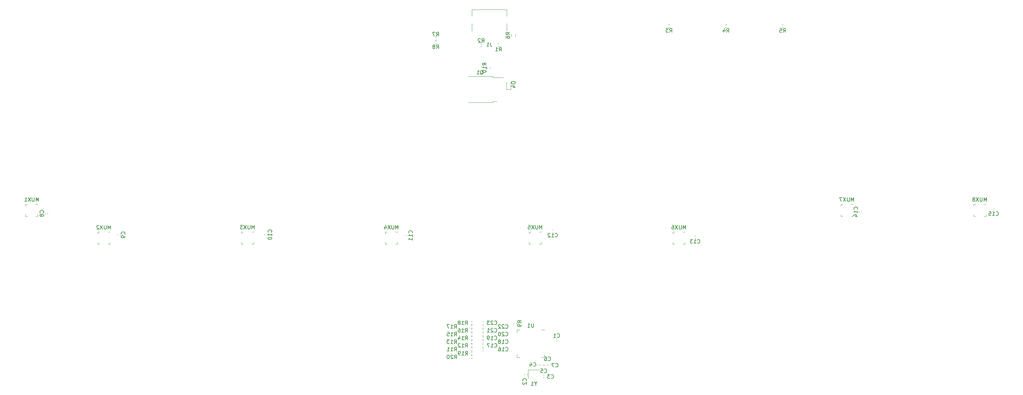
<source format=gbo>
%TF.GenerationSoftware,KiCad,Pcbnew,7.0.5*%
%TF.CreationDate,2023-07-12T18:10:06+02:00*%
%TF.ProjectId,keyboard,6b657962-6f61-4726-942e-6b696361645f,rev?*%
%TF.SameCoordinates,Original*%
%TF.FileFunction,Legend,Bot*%
%TF.FilePolarity,Positive*%
%FSLAX46Y46*%
G04 Gerber Fmt 4.6, Leading zero omitted, Abs format (unit mm)*
G04 Created by KiCad (PCBNEW 7.0.5) date 2023-07-12 18:10:06*
%MOMM*%
%LPD*%
G01*
G04 APERTURE LIST*
%ADD10C,0.150000*%
%ADD11C,0.120000*%
G04 APERTURE END LIST*
D10*
%TO.C,D4*%
X187654819Y-59611905D02*
X186654819Y-59611905D01*
X186654819Y-59611905D02*
X186654819Y-59850000D01*
X186654819Y-59850000D02*
X186702438Y-59992857D01*
X186702438Y-59992857D02*
X186797676Y-60088095D01*
X186797676Y-60088095D02*
X186892914Y-60135714D01*
X186892914Y-60135714D02*
X187083390Y-60183333D01*
X187083390Y-60183333D02*
X187226247Y-60183333D01*
X187226247Y-60183333D02*
X187416723Y-60135714D01*
X187416723Y-60135714D02*
X187511961Y-60088095D01*
X187511961Y-60088095D02*
X187607200Y-59992857D01*
X187607200Y-59992857D02*
X187654819Y-59850000D01*
X187654819Y-59850000D02*
X187654819Y-59611905D01*
X186988152Y-61040476D02*
X187654819Y-61040476D01*
X186607200Y-60802381D02*
X187321485Y-60564286D01*
X187321485Y-60564286D02*
X187321485Y-61183333D01*
%TO.C,C5*%
X195366666Y-136709580D02*
X195414285Y-136757200D01*
X195414285Y-136757200D02*
X195557142Y-136804819D01*
X195557142Y-136804819D02*
X195652380Y-136804819D01*
X195652380Y-136804819D02*
X195795237Y-136757200D01*
X195795237Y-136757200D02*
X195890475Y-136661961D01*
X195890475Y-136661961D02*
X195938094Y-136566723D01*
X195938094Y-136566723D02*
X195985713Y-136376247D01*
X195985713Y-136376247D02*
X195985713Y-136233390D01*
X195985713Y-136233390D02*
X195938094Y-136042914D01*
X195938094Y-136042914D02*
X195890475Y-135947676D01*
X195890475Y-135947676D02*
X195795237Y-135852438D01*
X195795237Y-135852438D02*
X195652380Y-135804819D01*
X195652380Y-135804819D02*
X195557142Y-135804819D01*
X195557142Y-135804819D02*
X195414285Y-135852438D01*
X195414285Y-135852438D02*
X195366666Y-135900057D01*
X194461904Y-135804819D02*
X194938094Y-135804819D01*
X194938094Y-135804819D02*
X194985713Y-136281009D01*
X194985713Y-136281009D02*
X194938094Y-136233390D01*
X194938094Y-136233390D02*
X194842856Y-136185771D01*
X194842856Y-136185771D02*
X194604761Y-136185771D01*
X194604761Y-136185771D02*
X194509523Y-136233390D01*
X194509523Y-136233390D02*
X194461904Y-136281009D01*
X194461904Y-136281009D02*
X194414285Y-136376247D01*
X194414285Y-136376247D02*
X194414285Y-136614342D01*
X194414285Y-136614342D02*
X194461904Y-136709580D01*
X194461904Y-136709580D02*
X194509523Y-136757200D01*
X194509523Y-136757200D02*
X194604761Y-136804819D01*
X194604761Y-136804819D02*
X194842856Y-136804819D01*
X194842856Y-136804819D02*
X194938094Y-136757200D01*
X194938094Y-136757200D02*
X194985713Y-136709580D01*
%TO.C,R8*%
X166766666Y-50804819D02*
X167099999Y-50328628D01*
X167338094Y-50804819D02*
X167338094Y-49804819D01*
X167338094Y-49804819D02*
X166957142Y-49804819D01*
X166957142Y-49804819D02*
X166861904Y-49852438D01*
X166861904Y-49852438D02*
X166814285Y-49900057D01*
X166814285Y-49900057D02*
X166766666Y-49995295D01*
X166766666Y-49995295D02*
X166766666Y-50138152D01*
X166766666Y-50138152D02*
X166814285Y-50233390D01*
X166814285Y-50233390D02*
X166861904Y-50281009D01*
X166861904Y-50281009D02*
X166957142Y-50328628D01*
X166957142Y-50328628D02*
X167338094Y-50328628D01*
X166195237Y-50233390D02*
X166290475Y-50185771D01*
X166290475Y-50185771D02*
X166338094Y-50138152D01*
X166338094Y-50138152D02*
X166385713Y-50042914D01*
X166385713Y-50042914D02*
X166385713Y-49995295D01*
X166385713Y-49995295D02*
X166338094Y-49900057D01*
X166338094Y-49900057D02*
X166290475Y-49852438D01*
X166290475Y-49852438D02*
X166195237Y-49804819D01*
X166195237Y-49804819D02*
X166004761Y-49804819D01*
X166004761Y-49804819D02*
X165909523Y-49852438D01*
X165909523Y-49852438D02*
X165861904Y-49900057D01*
X165861904Y-49900057D02*
X165814285Y-49995295D01*
X165814285Y-49995295D02*
X165814285Y-50042914D01*
X165814285Y-50042914D02*
X165861904Y-50138152D01*
X165861904Y-50138152D02*
X165909523Y-50185771D01*
X165909523Y-50185771D02*
X166004761Y-50233390D01*
X166004761Y-50233390D02*
X166195237Y-50233390D01*
X166195237Y-50233390D02*
X166290475Y-50281009D01*
X166290475Y-50281009D02*
X166338094Y-50328628D01*
X166338094Y-50328628D02*
X166385713Y-50423866D01*
X166385713Y-50423866D02*
X166385713Y-50614342D01*
X166385713Y-50614342D02*
X166338094Y-50709580D01*
X166338094Y-50709580D02*
X166290475Y-50757200D01*
X166290475Y-50757200D02*
X166195237Y-50804819D01*
X166195237Y-50804819D02*
X166004761Y-50804819D01*
X166004761Y-50804819D02*
X165909523Y-50757200D01*
X165909523Y-50757200D02*
X165861904Y-50709580D01*
X165861904Y-50709580D02*
X165814285Y-50614342D01*
X165814285Y-50614342D02*
X165814285Y-50423866D01*
X165814285Y-50423866D02*
X165861904Y-50328628D01*
X165861904Y-50328628D02*
X165909523Y-50281009D01*
X165909523Y-50281009D02*
X166004761Y-50233390D01*
%TO.C,C17*%
X182142857Y-129959580D02*
X182190476Y-130007200D01*
X182190476Y-130007200D02*
X182333333Y-130054819D01*
X182333333Y-130054819D02*
X182428571Y-130054819D01*
X182428571Y-130054819D02*
X182571428Y-130007200D01*
X182571428Y-130007200D02*
X182666666Y-129911961D01*
X182666666Y-129911961D02*
X182714285Y-129816723D01*
X182714285Y-129816723D02*
X182761904Y-129626247D01*
X182761904Y-129626247D02*
X182761904Y-129483390D01*
X182761904Y-129483390D02*
X182714285Y-129292914D01*
X182714285Y-129292914D02*
X182666666Y-129197676D01*
X182666666Y-129197676D02*
X182571428Y-129102438D01*
X182571428Y-129102438D02*
X182428571Y-129054819D01*
X182428571Y-129054819D02*
X182333333Y-129054819D01*
X182333333Y-129054819D02*
X182190476Y-129102438D01*
X182190476Y-129102438D02*
X182142857Y-129150057D01*
X181190476Y-130054819D02*
X181761904Y-130054819D01*
X181476190Y-130054819D02*
X181476190Y-129054819D01*
X181476190Y-129054819D02*
X181571428Y-129197676D01*
X181571428Y-129197676D02*
X181666666Y-129292914D01*
X181666666Y-129292914D02*
X181761904Y-129340533D01*
X180857142Y-129054819D02*
X180190476Y-129054819D01*
X180190476Y-129054819D02*
X180619047Y-130054819D01*
%TO.C,C15*%
X315062857Y-94969580D02*
X315110476Y-95017200D01*
X315110476Y-95017200D02*
X315253333Y-95064819D01*
X315253333Y-95064819D02*
X315348571Y-95064819D01*
X315348571Y-95064819D02*
X315491428Y-95017200D01*
X315491428Y-95017200D02*
X315586666Y-94921961D01*
X315586666Y-94921961D02*
X315634285Y-94826723D01*
X315634285Y-94826723D02*
X315681904Y-94636247D01*
X315681904Y-94636247D02*
X315681904Y-94493390D01*
X315681904Y-94493390D02*
X315634285Y-94302914D01*
X315634285Y-94302914D02*
X315586666Y-94207676D01*
X315586666Y-94207676D02*
X315491428Y-94112438D01*
X315491428Y-94112438D02*
X315348571Y-94064819D01*
X315348571Y-94064819D02*
X315253333Y-94064819D01*
X315253333Y-94064819D02*
X315110476Y-94112438D01*
X315110476Y-94112438D02*
X315062857Y-94160057D01*
X314110476Y-95064819D02*
X314681904Y-95064819D01*
X314396190Y-95064819D02*
X314396190Y-94064819D01*
X314396190Y-94064819D02*
X314491428Y-94207676D01*
X314491428Y-94207676D02*
X314586666Y-94302914D01*
X314586666Y-94302914D02*
X314681904Y-94350533D01*
X313205714Y-94064819D02*
X313681904Y-94064819D01*
X313681904Y-94064819D02*
X313729523Y-94541009D01*
X313729523Y-94541009D02*
X313681904Y-94493390D01*
X313681904Y-94493390D02*
X313586666Y-94445771D01*
X313586666Y-94445771D02*
X313348571Y-94445771D01*
X313348571Y-94445771D02*
X313253333Y-94493390D01*
X313253333Y-94493390D02*
X313205714Y-94541009D01*
X313205714Y-94541009D02*
X313158095Y-94636247D01*
X313158095Y-94636247D02*
X313158095Y-94874342D01*
X313158095Y-94874342D02*
X313205714Y-94969580D01*
X313205714Y-94969580D02*
X313253333Y-95017200D01*
X313253333Y-95017200D02*
X313348571Y-95064819D01*
X313348571Y-95064819D02*
X313586666Y-95064819D01*
X313586666Y-95064819D02*
X313681904Y-95017200D01*
X313681904Y-95017200D02*
X313729523Y-94969580D01*
%TO.C,J1*%
X181113333Y-49214819D02*
X181113333Y-49929104D01*
X181113333Y-49929104D02*
X181160952Y-50071961D01*
X181160952Y-50071961D02*
X181256190Y-50167200D01*
X181256190Y-50167200D02*
X181399047Y-50214819D01*
X181399047Y-50214819D02*
X181494285Y-50214819D01*
X180113333Y-50214819D02*
X180684761Y-50214819D01*
X180399047Y-50214819D02*
X180399047Y-49214819D01*
X180399047Y-49214819D02*
X180494285Y-49357676D01*
X180494285Y-49357676D02*
X180589523Y-49452914D01*
X180589523Y-49452914D02*
X180684761Y-49500533D01*
%TO.C,MUX6*%
X232809523Y-98724819D02*
X232809523Y-97724819D01*
X232809523Y-97724819D02*
X232476190Y-98439104D01*
X232476190Y-98439104D02*
X232142857Y-97724819D01*
X232142857Y-97724819D02*
X232142857Y-98724819D01*
X231666666Y-97724819D02*
X231666666Y-98534342D01*
X231666666Y-98534342D02*
X231619047Y-98629580D01*
X231619047Y-98629580D02*
X231571428Y-98677200D01*
X231571428Y-98677200D02*
X231476190Y-98724819D01*
X231476190Y-98724819D02*
X231285714Y-98724819D01*
X231285714Y-98724819D02*
X231190476Y-98677200D01*
X231190476Y-98677200D02*
X231142857Y-98629580D01*
X231142857Y-98629580D02*
X231095238Y-98534342D01*
X231095238Y-98534342D02*
X231095238Y-97724819D01*
X230714285Y-97724819D02*
X230047619Y-98724819D01*
X230047619Y-97724819D02*
X230714285Y-98724819D01*
X229238095Y-97724819D02*
X229428571Y-97724819D01*
X229428571Y-97724819D02*
X229523809Y-97772438D01*
X229523809Y-97772438D02*
X229571428Y-97820057D01*
X229571428Y-97820057D02*
X229666666Y-97962914D01*
X229666666Y-97962914D02*
X229714285Y-98153390D01*
X229714285Y-98153390D02*
X229714285Y-98534342D01*
X229714285Y-98534342D02*
X229666666Y-98629580D01*
X229666666Y-98629580D02*
X229619047Y-98677200D01*
X229619047Y-98677200D02*
X229523809Y-98724819D01*
X229523809Y-98724819D02*
X229333333Y-98724819D01*
X229333333Y-98724819D02*
X229238095Y-98677200D01*
X229238095Y-98677200D02*
X229190476Y-98629580D01*
X229190476Y-98629580D02*
X229142857Y-98534342D01*
X229142857Y-98534342D02*
X229142857Y-98296247D01*
X229142857Y-98296247D02*
X229190476Y-98201009D01*
X229190476Y-98201009D02*
X229238095Y-98153390D01*
X229238095Y-98153390D02*
X229333333Y-98105771D01*
X229333333Y-98105771D02*
X229523809Y-98105771D01*
X229523809Y-98105771D02*
X229619047Y-98153390D01*
X229619047Y-98153390D02*
X229666666Y-98201009D01*
X229666666Y-98201009D02*
X229714285Y-98296247D01*
%TO.C,R18*%
X174392857Y-124054819D02*
X174726190Y-123578628D01*
X174964285Y-124054819D02*
X174964285Y-123054819D01*
X174964285Y-123054819D02*
X174583333Y-123054819D01*
X174583333Y-123054819D02*
X174488095Y-123102438D01*
X174488095Y-123102438D02*
X174440476Y-123150057D01*
X174440476Y-123150057D02*
X174392857Y-123245295D01*
X174392857Y-123245295D02*
X174392857Y-123388152D01*
X174392857Y-123388152D02*
X174440476Y-123483390D01*
X174440476Y-123483390D02*
X174488095Y-123531009D01*
X174488095Y-123531009D02*
X174583333Y-123578628D01*
X174583333Y-123578628D02*
X174964285Y-123578628D01*
X173440476Y-124054819D02*
X174011904Y-124054819D01*
X173726190Y-124054819D02*
X173726190Y-123054819D01*
X173726190Y-123054819D02*
X173821428Y-123197676D01*
X173821428Y-123197676D02*
X173916666Y-123292914D01*
X173916666Y-123292914D02*
X174011904Y-123340533D01*
X172869047Y-123483390D02*
X172964285Y-123435771D01*
X172964285Y-123435771D02*
X173011904Y-123388152D01*
X173011904Y-123388152D02*
X173059523Y-123292914D01*
X173059523Y-123292914D02*
X173059523Y-123245295D01*
X173059523Y-123245295D02*
X173011904Y-123150057D01*
X173011904Y-123150057D02*
X172964285Y-123102438D01*
X172964285Y-123102438D02*
X172869047Y-123054819D01*
X172869047Y-123054819D02*
X172678571Y-123054819D01*
X172678571Y-123054819D02*
X172583333Y-123102438D01*
X172583333Y-123102438D02*
X172535714Y-123150057D01*
X172535714Y-123150057D02*
X172488095Y-123245295D01*
X172488095Y-123245295D02*
X172488095Y-123292914D01*
X172488095Y-123292914D02*
X172535714Y-123388152D01*
X172535714Y-123388152D02*
X172583333Y-123435771D01*
X172583333Y-123435771D02*
X172678571Y-123483390D01*
X172678571Y-123483390D02*
X172869047Y-123483390D01*
X172869047Y-123483390D02*
X172964285Y-123531009D01*
X172964285Y-123531009D02*
X173011904Y-123578628D01*
X173011904Y-123578628D02*
X173059523Y-123673866D01*
X173059523Y-123673866D02*
X173059523Y-123864342D01*
X173059523Y-123864342D02*
X173011904Y-123959580D01*
X173011904Y-123959580D02*
X172964285Y-124007200D01*
X172964285Y-124007200D02*
X172869047Y-124054819D01*
X172869047Y-124054819D02*
X172678571Y-124054819D01*
X172678571Y-124054819D02*
X172583333Y-124007200D01*
X172583333Y-124007200D02*
X172535714Y-123959580D01*
X172535714Y-123959580D02*
X172488095Y-123864342D01*
X172488095Y-123864342D02*
X172488095Y-123673866D01*
X172488095Y-123673866D02*
X172535714Y-123578628D01*
X172535714Y-123578628D02*
X172583333Y-123531009D01*
X172583333Y-123531009D02*
X172678571Y-123483390D01*
%TO.C,C9*%
X84139580Y-100053333D02*
X84187200Y-100005714D01*
X84187200Y-100005714D02*
X84234819Y-99862857D01*
X84234819Y-99862857D02*
X84234819Y-99767619D01*
X84234819Y-99767619D02*
X84187200Y-99624762D01*
X84187200Y-99624762D02*
X84091961Y-99529524D01*
X84091961Y-99529524D02*
X83996723Y-99481905D01*
X83996723Y-99481905D02*
X83806247Y-99434286D01*
X83806247Y-99434286D02*
X83663390Y-99434286D01*
X83663390Y-99434286D02*
X83472914Y-99481905D01*
X83472914Y-99481905D02*
X83377676Y-99529524D01*
X83377676Y-99529524D02*
X83282438Y-99624762D01*
X83282438Y-99624762D02*
X83234819Y-99767619D01*
X83234819Y-99767619D02*
X83234819Y-99862857D01*
X83234819Y-99862857D02*
X83282438Y-100005714D01*
X83282438Y-100005714D02*
X83330057Y-100053333D01*
X84234819Y-100529524D02*
X84234819Y-100720000D01*
X84234819Y-100720000D02*
X84187200Y-100815238D01*
X84187200Y-100815238D02*
X84139580Y-100862857D01*
X84139580Y-100862857D02*
X83996723Y-100958095D01*
X83996723Y-100958095D02*
X83806247Y-101005714D01*
X83806247Y-101005714D02*
X83425295Y-101005714D01*
X83425295Y-101005714D02*
X83330057Y-100958095D01*
X83330057Y-100958095D02*
X83282438Y-100910476D01*
X83282438Y-100910476D02*
X83234819Y-100815238D01*
X83234819Y-100815238D02*
X83234819Y-100624762D01*
X83234819Y-100624762D02*
X83282438Y-100529524D01*
X83282438Y-100529524D02*
X83330057Y-100481905D01*
X83330057Y-100481905D02*
X83425295Y-100434286D01*
X83425295Y-100434286D02*
X83663390Y-100434286D01*
X83663390Y-100434286D02*
X83758628Y-100481905D01*
X83758628Y-100481905D02*
X83806247Y-100529524D01*
X83806247Y-100529524D02*
X83853866Y-100624762D01*
X83853866Y-100624762D02*
X83853866Y-100815238D01*
X83853866Y-100815238D02*
X83806247Y-100910476D01*
X83806247Y-100910476D02*
X83758628Y-100958095D01*
X83758628Y-100958095D02*
X83663390Y-101005714D01*
%TO.C,R15*%
X171492857Y-127054819D02*
X171826190Y-126578628D01*
X172064285Y-127054819D02*
X172064285Y-126054819D01*
X172064285Y-126054819D02*
X171683333Y-126054819D01*
X171683333Y-126054819D02*
X171588095Y-126102438D01*
X171588095Y-126102438D02*
X171540476Y-126150057D01*
X171540476Y-126150057D02*
X171492857Y-126245295D01*
X171492857Y-126245295D02*
X171492857Y-126388152D01*
X171492857Y-126388152D02*
X171540476Y-126483390D01*
X171540476Y-126483390D02*
X171588095Y-126531009D01*
X171588095Y-126531009D02*
X171683333Y-126578628D01*
X171683333Y-126578628D02*
X172064285Y-126578628D01*
X170540476Y-127054819D02*
X171111904Y-127054819D01*
X170826190Y-127054819D02*
X170826190Y-126054819D01*
X170826190Y-126054819D02*
X170921428Y-126197676D01*
X170921428Y-126197676D02*
X171016666Y-126292914D01*
X171016666Y-126292914D02*
X171111904Y-126340533D01*
X169635714Y-126054819D02*
X170111904Y-126054819D01*
X170111904Y-126054819D02*
X170159523Y-126531009D01*
X170159523Y-126531009D02*
X170111904Y-126483390D01*
X170111904Y-126483390D02*
X170016666Y-126435771D01*
X170016666Y-126435771D02*
X169778571Y-126435771D01*
X169778571Y-126435771D02*
X169683333Y-126483390D01*
X169683333Y-126483390D02*
X169635714Y-126531009D01*
X169635714Y-126531009D02*
X169588095Y-126626247D01*
X169588095Y-126626247D02*
X169588095Y-126864342D01*
X169588095Y-126864342D02*
X169635714Y-126959580D01*
X169635714Y-126959580D02*
X169683333Y-127007200D01*
X169683333Y-127007200D02*
X169778571Y-127054819D01*
X169778571Y-127054819D02*
X170016666Y-127054819D01*
X170016666Y-127054819D02*
X170111904Y-127007200D01*
X170111904Y-127007200D02*
X170159523Y-126959580D01*
%TO.C,R6*%
X186194819Y-47138333D02*
X185718628Y-46805000D01*
X186194819Y-46566905D02*
X185194819Y-46566905D01*
X185194819Y-46566905D02*
X185194819Y-46947857D01*
X185194819Y-46947857D02*
X185242438Y-47043095D01*
X185242438Y-47043095D02*
X185290057Y-47090714D01*
X185290057Y-47090714D02*
X185385295Y-47138333D01*
X185385295Y-47138333D02*
X185528152Y-47138333D01*
X185528152Y-47138333D02*
X185623390Y-47090714D01*
X185623390Y-47090714D02*
X185671009Y-47043095D01*
X185671009Y-47043095D02*
X185718628Y-46947857D01*
X185718628Y-46947857D02*
X185718628Y-46566905D01*
X185194819Y-47995476D02*
X185194819Y-47805000D01*
X185194819Y-47805000D02*
X185242438Y-47709762D01*
X185242438Y-47709762D02*
X185290057Y-47662143D01*
X185290057Y-47662143D02*
X185432914Y-47566905D01*
X185432914Y-47566905D02*
X185623390Y-47519286D01*
X185623390Y-47519286D02*
X186004342Y-47519286D01*
X186004342Y-47519286D02*
X186099580Y-47566905D01*
X186099580Y-47566905D02*
X186147200Y-47614524D01*
X186147200Y-47614524D02*
X186194819Y-47709762D01*
X186194819Y-47709762D02*
X186194819Y-47900238D01*
X186194819Y-47900238D02*
X186147200Y-47995476D01*
X186147200Y-47995476D02*
X186099580Y-48043095D01*
X186099580Y-48043095D02*
X186004342Y-48090714D01*
X186004342Y-48090714D02*
X185766247Y-48090714D01*
X185766247Y-48090714D02*
X185671009Y-48043095D01*
X185671009Y-48043095D02*
X185623390Y-47995476D01*
X185623390Y-47995476D02*
X185575771Y-47900238D01*
X185575771Y-47900238D02*
X185575771Y-47709762D01*
X185575771Y-47709762D02*
X185623390Y-47614524D01*
X185623390Y-47614524D02*
X185671009Y-47566905D01*
X185671009Y-47566905D02*
X185766247Y-47519286D01*
%TO.C,R20*%
X171492857Y-133104819D02*
X171826190Y-132628628D01*
X172064285Y-133104819D02*
X172064285Y-132104819D01*
X172064285Y-132104819D02*
X171683333Y-132104819D01*
X171683333Y-132104819D02*
X171588095Y-132152438D01*
X171588095Y-132152438D02*
X171540476Y-132200057D01*
X171540476Y-132200057D02*
X171492857Y-132295295D01*
X171492857Y-132295295D02*
X171492857Y-132438152D01*
X171492857Y-132438152D02*
X171540476Y-132533390D01*
X171540476Y-132533390D02*
X171588095Y-132581009D01*
X171588095Y-132581009D02*
X171683333Y-132628628D01*
X171683333Y-132628628D02*
X172064285Y-132628628D01*
X171111904Y-132200057D02*
X171064285Y-132152438D01*
X171064285Y-132152438D02*
X170969047Y-132104819D01*
X170969047Y-132104819D02*
X170730952Y-132104819D01*
X170730952Y-132104819D02*
X170635714Y-132152438D01*
X170635714Y-132152438D02*
X170588095Y-132200057D01*
X170588095Y-132200057D02*
X170540476Y-132295295D01*
X170540476Y-132295295D02*
X170540476Y-132390533D01*
X170540476Y-132390533D02*
X170588095Y-132533390D01*
X170588095Y-132533390D02*
X171159523Y-133104819D01*
X171159523Y-133104819D02*
X170540476Y-133104819D01*
X169921428Y-132104819D02*
X169826190Y-132104819D01*
X169826190Y-132104819D02*
X169730952Y-132152438D01*
X169730952Y-132152438D02*
X169683333Y-132200057D01*
X169683333Y-132200057D02*
X169635714Y-132295295D01*
X169635714Y-132295295D02*
X169588095Y-132485771D01*
X169588095Y-132485771D02*
X169588095Y-132723866D01*
X169588095Y-132723866D02*
X169635714Y-132914342D01*
X169635714Y-132914342D02*
X169683333Y-133009580D01*
X169683333Y-133009580D02*
X169730952Y-133057200D01*
X169730952Y-133057200D02*
X169826190Y-133104819D01*
X169826190Y-133104819D02*
X169921428Y-133104819D01*
X169921428Y-133104819D02*
X170016666Y-133057200D01*
X170016666Y-133057200D02*
X170064285Y-133009580D01*
X170064285Y-133009580D02*
X170111904Y-132914342D01*
X170111904Y-132914342D02*
X170159523Y-132723866D01*
X170159523Y-132723866D02*
X170159523Y-132485771D01*
X170159523Y-132485771D02*
X170111904Y-132295295D01*
X170111904Y-132295295D02*
X170064285Y-132200057D01*
X170064285Y-132200057D02*
X170016666Y-132152438D01*
X170016666Y-132152438D02*
X169921428Y-132104819D01*
%TO.C,C10*%
X123029580Y-99527142D02*
X123077200Y-99479523D01*
X123077200Y-99479523D02*
X123124819Y-99336666D01*
X123124819Y-99336666D02*
X123124819Y-99241428D01*
X123124819Y-99241428D02*
X123077200Y-99098571D01*
X123077200Y-99098571D02*
X122981961Y-99003333D01*
X122981961Y-99003333D02*
X122886723Y-98955714D01*
X122886723Y-98955714D02*
X122696247Y-98908095D01*
X122696247Y-98908095D02*
X122553390Y-98908095D01*
X122553390Y-98908095D02*
X122362914Y-98955714D01*
X122362914Y-98955714D02*
X122267676Y-99003333D01*
X122267676Y-99003333D02*
X122172438Y-99098571D01*
X122172438Y-99098571D02*
X122124819Y-99241428D01*
X122124819Y-99241428D02*
X122124819Y-99336666D01*
X122124819Y-99336666D02*
X122172438Y-99479523D01*
X122172438Y-99479523D02*
X122220057Y-99527142D01*
X123124819Y-100479523D02*
X123124819Y-99908095D01*
X123124819Y-100193809D02*
X122124819Y-100193809D01*
X122124819Y-100193809D02*
X122267676Y-100098571D01*
X122267676Y-100098571D02*
X122362914Y-100003333D01*
X122362914Y-100003333D02*
X122410533Y-99908095D01*
X122124819Y-101098571D02*
X122124819Y-101193809D01*
X122124819Y-101193809D02*
X122172438Y-101289047D01*
X122172438Y-101289047D02*
X122220057Y-101336666D01*
X122220057Y-101336666D02*
X122315295Y-101384285D01*
X122315295Y-101384285D02*
X122505771Y-101431904D01*
X122505771Y-101431904D02*
X122743866Y-101431904D01*
X122743866Y-101431904D02*
X122934342Y-101384285D01*
X122934342Y-101384285D02*
X123029580Y-101336666D01*
X123029580Y-101336666D02*
X123077200Y-101289047D01*
X123077200Y-101289047D02*
X123124819Y-101193809D01*
X123124819Y-101193809D02*
X123124819Y-101098571D01*
X123124819Y-101098571D02*
X123077200Y-101003333D01*
X123077200Y-101003333D02*
X123029580Y-100955714D01*
X123029580Y-100955714D02*
X122934342Y-100908095D01*
X122934342Y-100908095D02*
X122743866Y-100860476D01*
X122743866Y-100860476D02*
X122505771Y-100860476D01*
X122505771Y-100860476D02*
X122315295Y-100908095D01*
X122315295Y-100908095D02*
X122220057Y-100955714D01*
X122220057Y-100955714D02*
X122172438Y-101003333D01*
X122172438Y-101003333D02*
X122124819Y-101098571D01*
%TO.C,C22*%
X185092857Y-124959580D02*
X185140476Y-125007200D01*
X185140476Y-125007200D02*
X185283333Y-125054819D01*
X185283333Y-125054819D02*
X185378571Y-125054819D01*
X185378571Y-125054819D02*
X185521428Y-125007200D01*
X185521428Y-125007200D02*
X185616666Y-124911961D01*
X185616666Y-124911961D02*
X185664285Y-124816723D01*
X185664285Y-124816723D02*
X185711904Y-124626247D01*
X185711904Y-124626247D02*
X185711904Y-124483390D01*
X185711904Y-124483390D02*
X185664285Y-124292914D01*
X185664285Y-124292914D02*
X185616666Y-124197676D01*
X185616666Y-124197676D02*
X185521428Y-124102438D01*
X185521428Y-124102438D02*
X185378571Y-124054819D01*
X185378571Y-124054819D02*
X185283333Y-124054819D01*
X185283333Y-124054819D02*
X185140476Y-124102438D01*
X185140476Y-124102438D02*
X185092857Y-124150057D01*
X184711904Y-124150057D02*
X184664285Y-124102438D01*
X184664285Y-124102438D02*
X184569047Y-124054819D01*
X184569047Y-124054819D02*
X184330952Y-124054819D01*
X184330952Y-124054819D02*
X184235714Y-124102438D01*
X184235714Y-124102438D02*
X184188095Y-124150057D01*
X184188095Y-124150057D02*
X184140476Y-124245295D01*
X184140476Y-124245295D02*
X184140476Y-124340533D01*
X184140476Y-124340533D02*
X184188095Y-124483390D01*
X184188095Y-124483390D02*
X184759523Y-125054819D01*
X184759523Y-125054819D02*
X184140476Y-125054819D01*
X183759523Y-124150057D02*
X183711904Y-124102438D01*
X183711904Y-124102438D02*
X183616666Y-124054819D01*
X183616666Y-124054819D02*
X183378571Y-124054819D01*
X183378571Y-124054819D02*
X183283333Y-124102438D01*
X183283333Y-124102438D02*
X183235714Y-124150057D01*
X183235714Y-124150057D02*
X183188095Y-124245295D01*
X183188095Y-124245295D02*
X183188095Y-124340533D01*
X183188095Y-124340533D02*
X183235714Y-124483390D01*
X183235714Y-124483390D02*
X183807142Y-125054819D01*
X183807142Y-125054819D02*
X183188095Y-125054819D01*
%TO.C,MUX3*%
X118509523Y-98684819D02*
X118509523Y-97684819D01*
X118509523Y-97684819D02*
X118176190Y-98399104D01*
X118176190Y-98399104D02*
X117842857Y-97684819D01*
X117842857Y-97684819D02*
X117842857Y-98684819D01*
X117366666Y-97684819D02*
X117366666Y-98494342D01*
X117366666Y-98494342D02*
X117319047Y-98589580D01*
X117319047Y-98589580D02*
X117271428Y-98637200D01*
X117271428Y-98637200D02*
X117176190Y-98684819D01*
X117176190Y-98684819D02*
X116985714Y-98684819D01*
X116985714Y-98684819D02*
X116890476Y-98637200D01*
X116890476Y-98637200D02*
X116842857Y-98589580D01*
X116842857Y-98589580D02*
X116795238Y-98494342D01*
X116795238Y-98494342D02*
X116795238Y-97684819D01*
X116414285Y-97684819D02*
X115747619Y-98684819D01*
X115747619Y-97684819D02*
X116414285Y-98684819D01*
X115461904Y-97684819D02*
X114842857Y-97684819D01*
X114842857Y-97684819D02*
X115176190Y-98065771D01*
X115176190Y-98065771D02*
X115033333Y-98065771D01*
X115033333Y-98065771D02*
X114938095Y-98113390D01*
X114938095Y-98113390D02*
X114890476Y-98161009D01*
X114890476Y-98161009D02*
X114842857Y-98256247D01*
X114842857Y-98256247D02*
X114842857Y-98494342D01*
X114842857Y-98494342D02*
X114890476Y-98589580D01*
X114890476Y-98589580D02*
X114938095Y-98637200D01*
X114938095Y-98637200D02*
X115033333Y-98684819D01*
X115033333Y-98684819D02*
X115319047Y-98684819D01*
X115319047Y-98684819D02*
X115414285Y-98637200D01*
X115414285Y-98637200D02*
X115461904Y-98589580D01*
%TO.C,C2*%
X190539580Y-138983333D02*
X190587200Y-138935714D01*
X190587200Y-138935714D02*
X190634819Y-138792857D01*
X190634819Y-138792857D02*
X190634819Y-138697619D01*
X190634819Y-138697619D02*
X190587200Y-138554762D01*
X190587200Y-138554762D02*
X190491961Y-138459524D01*
X190491961Y-138459524D02*
X190396723Y-138411905D01*
X190396723Y-138411905D02*
X190206247Y-138364286D01*
X190206247Y-138364286D02*
X190063390Y-138364286D01*
X190063390Y-138364286D02*
X189872914Y-138411905D01*
X189872914Y-138411905D02*
X189777676Y-138459524D01*
X189777676Y-138459524D02*
X189682438Y-138554762D01*
X189682438Y-138554762D02*
X189634819Y-138697619D01*
X189634819Y-138697619D02*
X189634819Y-138792857D01*
X189634819Y-138792857D02*
X189682438Y-138935714D01*
X189682438Y-138935714D02*
X189730057Y-138983333D01*
X189730057Y-139364286D02*
X189682438Y-139411905D01*
X189682438Y-139411905D02*
X189634819Y-139507143D01*
X189634819Y-139507143D02*
X189634819Y-139745238D01*
X189634819Y-139745238D02*
X189682438Y-139840476D01*
X189682438Y-139840476D02*
X189730057Y-139888095D01*
X189730057Y-139888095D02*
X189825295Y-139935714D01*
X189825295Y-139935714D02*
X189920533Y-139935714D01*
X189920533Y-139935714D02*
X190063390Y-139888095D01*
X190063390Y-139888095D02*
X190634819Y-139316667D01*
X190634819Y-139316667D02*
X190634819Y-139935714D01*
%TO.C,R9*%
X189274819Y-123595833D02*
X188798628Y-123262500D01*
X189274819Y-123024405D02*
X188274819Y-123024405D01*
X188274819Y-123024405D02*
X188274819Y-123405357D01*
X188274819Y-123405357D02*
X188322438Y-123500595D01*
X188322438Y-123500595D02*
X188370057Y-123548214D01*
X188370057Y-123548214D02*
X188465295Y-123595833D01*
X188465295Y-123595833D02*
X188608152Y-123595833D01*
X188608152Y-123595833D02*
X188703390Y-123548214D01*
X188703390Y-123548214D02*
X188751009Y-123500595D01*
X188751009Y-123500595D02*
X188798628Y-123405357D01*
X188798628Y-123405357D02*
X188798628Y-123024405D01*
X189274819Y-124072024D02*
X189274819Y-124262500D01*
X189274819Y-124262500D02*
X189227200Y-124357738D01*
X189227200Y-124357738D02*
X189179580Y-124405357D01*
X189179580Y-124405357D02*
X189036723Y-124500595D01*
X189036723Y-124500595D02*
X188846247Y-124548214D01*
X188846247Y-124548214D02*
X188465295Y-124548214D01*
X188465295Y-124548214D02*
X188370057Y-124500595D01*
X188370057Y-124500595D02*
X188322438Y-124452976D01*
X188322438Y-124452976D02*
X188274819Y-124357738D01*
X188274819Y-124357738D02*
X188274819Y-124167262D01*
X188274819Y-124167262D02*
X188322438Y-124072024D01*
X188322438Y-124072024D02*
X188370057Y-124024405D01*
X188370057Y-124024405D02*
X188465295Y-123976786D01*
X188465295Y-123976786D02*
X188703390Y-123976786D01*
X188703390Y-123976786D02*
X188798628Y-124024405D01*
X188798628Y-124024405D02*
X188846247Y-124072024D01*
X188846247Y-124072024D02*
X188893866Y-124167262D01*
X188893866Y-124167262D02*
X188893866Y-124357738D01*
X188893866Y-124357738D02*
X188846247Y-124452976D01*
X188846247Y-124452976D02*
X188798628Y-124500595D01*
X188798628Y-124500595D02*
X188703390Y-124548214D01*
%TO.C,MUX1*%
X61309523Y-91334819D02*
X61309523Y-90334819D01*
X61309523Y-90334819D02*
X60976190Y-91049104D01*
X60976190Y-91049104D02*
X60642857Y-90334819D01*
X60642857Y-90334819D02*
X60642857Y-91334819D01*
X60166666Y-90334819D02*
X60166666Y-91144342D01*
X60166666Y-91144342D02*
X60119047Y-91239580D01*
X60119047Y-91239580D02*
X60071428Y-91287200D01*
X60071428Y-91287200D02*
X59976190Y-91334819D01*
X59976190Y-91334819D02*
X59785714Y-91334819D01*
X59785714Y-91334819D02*
X59690476Y-91287200D01*
X59690476Y-91287200D02*
X59642857Y-91239580D01*
X59642857Y-91239580D02*
X59595238Y-91144342D01*
X59595238Y-91144342D02*
X59595238Y-90334819D01*
X59214285Y-90334819D02*
X58547619Y-91334819D01*
X58547619Y-90334819D02*
X59214285Y-91334819D01*
X57642857Y-91334819D02*
X58214285Y-91334819D01*
X57928571Y-91334819D02*
X57928571Y-90334819D01*
X57928571Y-90334819D02*
X58023809Y-90477676D01*
X58023809Y-90477676D02*
X58119047Y-90572914D01*
X58119047Y-90572914D02*
X58214285Y-90620533D01*
%TO.C,R7*%
X166766666Y-47434819D02*
X167099999Y-46958628D01*
X167338094Y-47434819D02*
X167338094Y-46434819D01*
X167338094Y-46434819D02*
X166957142Y-46434819D01*
X166957142Y-46434819D02*
X166861904Y-46482438D01*
X166861904Y-46482438D02*
X166814285Y-46530057D01*
X166814285Y-46530057D02*
X166766666Y-46625295D01*
X166766666Y-46625295D02*
X166766666Y-46768152D01*
X166766666Y-46768152D02*
X166814285Y-46863390D01*
X166814285Y-46863390D02*
X166861904Y-46911009D01*
X166861904Y-46911009D02*
X166957142Y-46958628D01*
X166957142Y-46958628D02*
X167338094Y-46958628D01*
X166433332Y-46434819D02*
X165766666Y-46434819D01*
X165766666Y-46434819D02*
X166195237Y-47434819D01*
%TO.C,C1*%
X198766666Y-127349580D02*
X198814285Y-127397200D01*
X198814285Y-127397200D02*
X198957142Y-127444819D01*
X198957142Y-127444819D02*
X199052380Y-127444819D01*
X199052380Y-127444819D02*
X199195237Y-127397200D01*
X199195237Y-127397200D02*
X199290475Y-127301961D01*
X199290475Y-127301961D02*
X199338094Y-127206723D01*
X199338094Y-127206723D02*
X199385713Y-127016247D01*
X199385713Y-127016247D02*
X199385713Y-126873390D01*
X199385713Y-126873390D02*
X199338094Y-126682914D01*
X199338094Y-126682914D02*
X199290475Y-126587676D01*
X199290475Y-126587676D02*
X199195237Y-126492438D01*
X199195237Y-126492438D02*
X199052380Y-126444819D01*
X199052380Y-126444819D02*
X198957142Y-126444819D01*
X198957142Y-126444819D02*
X198814285Y-126492438D01*
X198814285Y-126492438D02*
X198766666Y-126540057D01*
X197814285Y-127444819D02*
X198385713Y-127444819D01*
X198099999Y-127444819D02*
X198099999Y-126444819D01*
X198099999Y-126444819D02*
X198195237Y-126587676D01*
X198195237Y-126587676D02*
X198290475Y-126682914D01*
X198290475Y-126682914D02*
X198385713Y-126730533D01*
%TO.C,R13*%
X171492857Y-129054819D02*
X171826190Y-128578628D01*
X172064285Y-129054819D02*
X172064285Y-128054819D01*
X172064285Y-128054819D02*
X171683333Y-128054819D01*
X171683333Y-128054819D02*
X171588095Y-128102438D01*
X171588095Y-128102438D02*
X171540476Y-128150057D01*
X171540476Y-128150057D02*
X171492857Y-128245295D01*
X171492857Y-128245295D02*
X171492857Y-128388152D01*
X171492857Y-128388152D02*
X171540476Y-128483390D01*
X171540476Y-128483390D02*
X171588095Y-128531009D01*
X171588095Y-128531009D02*
X171683333Y-128578628D01*
X171683333Y-128578628D02*
X172064285Y-128578628D01*
X170540476Y-129054819D02*
X171111904Y-129054819D01*
X170826190Y-129054819D02*
X170826190Y-128054819D01*
X170826190Y-128054819D02*
X170921428Y-128197676D01*
X170921428Y-128197676D02*
X171016666Y-128292914D01*
X171016666Y-128292914D02*
X171111904Y-128340533D01*
X170207142Y-128054819D02*
X169588095Y-128054819D01*
X169588095Y-128054819D02*
X169921428Y-128435771D01*
X169921428Y-128435771D02*
X169778571Y-128435771D01*
X169778571Y-128435771D02*
X169683333Y-128483390D01*
X169683333Y-128483390D02*
X169635714Y-128531009D01*
X169635714Y-128531009D02*
X169588095Y-128626247D01*
X169588095Y-128626247D02*
X169588095Y-128864342D01*
X169588095Y-128864342D02*
X169635714Y-128959580D01*
X169635714Y-128959580D02*
X169683333Y-129007200D01*
X169683333Y-129007200D02*
X169778571Y-129054819D01*
X169778571Y-129054819D02*
X170064285Y-129054819D01*
X170064285Y-129054819D02*
X170159523Y-129007200D01*
X170159523Y-129007200D02*
X170207142Y-128959580D01*
%TO.C,R5*%
X258666666Y-46474819D02*
X258999999Y-45998628D01*
X259238094Y-46474819D02*
X259238094Y-45474819D01*
X259238094Y-45474819D02*
X258857142Y-45474819D01*
X258857142Y-45474819D02*
X258761904Y-45522438D01*
X258761904Y-45522438D02*
X258714285Y-45570057D01*
X258714285Y-45570057D02*
X258666666Y-45665295D01*
X258666666Y-45665295D02*
X258666666Y-45808152D01*
X258666666Y-45808152D02*
X258714285Y-45903390D01*
X258714285Y-45903390D02*
X258761904Y-45951009D01*
X258761904Y-45951009D02*
X258857142Y-45998628D01*
X258857142Y-45998628D02*
X259238094Y-45998628D01*
X257761904Y-45474819D02*
X258238094Y-45474819D01*
X258238094Y-45474819D02*
X258285713Y-45951009D01*
X258285713Y-45951009D02*
X258238094Y-45903390D01*
X258238094Y-45903390D02*
X258142856Y-45855771D01*
X258142856Y-45855771D02*
X257904761Y-45855771D01*
X257904761Y-45855771D02*
X257809523Y-45903390D01*
X257809523Y-45903390D02*
X257761904Y-45951009D01*
X257761904Y-45951009D02*
X257714285Y-46046247D01*
X257714285Y-46046247D02*
X257714285Y-46284342D01*
X257714285Y-46284342D02*
X257761904Y-46379580D01*
X257761904Y-46379580D02*
X257809523Y-46427200D01*
X257809523Y-46427200D02*
X257904761Y-46474819D01*
X257904761Y-46474819D02*
X258142856Y-46474819D01*
X258142856Y-46474819D02*
X258238094Y-46427200D01*
X258238094Y-46427200D02*
X258285713Y-46379580D01*
%TO.C,R2*%
X178796666Y-49154819D02*
X179129999Y-48678628D01*
X179368094Y-49154819D02*
X179368094Y-48154819D01*
X179368094Y-48154819D02*
X178987142Y-48154819D01*
X178987142Y-48154819D02*
X178891904Y-48202438D01*
X178891904Y-48202438D02*
X178844285Y-48250057D01*
X178844285Y-48250057D02*
X178796666Y-48345295D01*
X178796666Y-48345295D02*
X178796666Y-48488152D01*
X178796666Y-48488152D02*
X178844285Y-48583390D01*
X178844285Y-48583390D02*
X178891904Y-48631009D01*
X178891904Y-48631009D02*
X178987142Y-48678628D01*
X178987142Y-48678628D02*
X179368094Y-48678628D01*
X178415713Y-48250057D02*
X178368094Y-48202438D01*
X178368094Y-48202438D02*
X178272856Y-48154819D01*
X178272856Y-48154819D02*
X178034761Y-48154819D01*
X178034761Y-48154819D02*
X177939523Y-48202438D01*
X177939523Y-48202438D02*
X177891904Y-48250057D01*
X177891904Y-48250057D02*
X177844285Y-48345295D01*
X177844285Y-48345295D02*
X177844285Y-48440533D01*
X177844285Y-48440533D02*
X177891904Y-48583390D01*
X177891904Y-48583390D02*
X178463332Y-49154819D01*
X178463332Y-49154819D02*
X177844285Y-49154819D01*
%TO.C,C8*%
X62579580Y-94363333D02*
X62627200Y-94315714D01*
X62627200Y-94315714D02*
X62674819Y-94172857D01*
X62674819Y-94172857D02*
X62674819Y-94077619D01*
X62674819Y-94077619D02*
X62627200Y-93934762D01*
X62627200Y-93934762D02*
X62531961Y-93839524D01*
X62531961Y-93839524D02*
X62436723Y-93791905D01*
X62436723Y-93791905D02*
X62246247Y-93744286D01*
X62246247Y-93744286D02*
X62103390Y-93744286D01*
X62103390Y-93744286D02*
X61912914Y-93791905D01*
X61912914Y-93791905D02*
X61817676Y-93839524D01*
X61817676Y-93839524D02*
X61722438Y-93934762D01*
X61722438Y-93934762D02*
X61674819Y-94077619D01*
X61674819Y-94077619D02*
X61674819Y-94172857D01*
X61674819Y-94172857D02*
X61722438Y-94315714D01*
X61722438Y-94315714D02*
X61770057Y-94363333D01*
X62103390Y-94934762D02*
X62055771Y-94839524D01*
X62055771Y-94839524D02*
X62008152Y-94791905D01*
X62008152Y-94791905D02*
X61912914Y-94744286D01*
X61912914Y-94744286D02*
X61865295Y-94744286D01*
X61865295Y-94744286D02*
X61770057Y-94791905D01*
X61770057Y-94791905D02*
X61722438Y-94839524D01*
X61722438Y-94839524D02*
X61674819Y-94934762D01*
X61674819Y-94934762D02*
X61674819Y-95125238D01*
X61674819Y-95125238D02*
X61722438Y-95220476D01*
X61722438Y-95220476D02*
X61770057Y-95268095D01*
X61770057Y-95268095D02*
X61865295Y-95315714D01*
X61865295Y-95315714D02*
X61912914Y-95315714D01*
X61912914Y-95315714D02*
X62008152Y-95268095D01*
X62008152Y-95268095D02*
X62055771Y-95220476D01*
X62055771Y-95220476D02*
X62103390Y-95125238D01*
X62103390Y-95125238D02*
X62103390Y-94934762D01*
X62103390Y-94934762D02*
X62151009Y-94839524D01*
X62151009Y-94839524D02*
X62198628Y-94791905D01*
X62198628Y-94791905D02*
X62293866Y-94744286D01*
X62293866Y-94744286D02*
X62484342Y-94744286D01*
X62484342Y-94744286D02*
X62579580Y-94791905D01*
X62579580Y-94791905D02*
X62627200Y-94839524D01*
X62627200Y-94839524D02*
X62674819Y-94934762D01*
X62674819Y-94934762D02*
X62674819Y-95125238D01*
X62674819Y-95125238D02*
X62627200Y-95220476D01*
X62627200Y-95220476D02*
X62579580Y-95268095D01*
X62579580Y-95268095D02*
X62484342Y-95315714D01*
X62484342Y-95315714D02*
X62293866Y-95315714D01*
X62293866Y-95315714D02*
X62198628Y-95268095D01*
X62198628Y-95268095D02*
X62151009Y-95220476D01*
X62151009Y-95220476D02*
X62103390Y-95125238D01*
%TO.C,Y1*%
X193076190Y-139678628D02*
X193076190Y-140154819D01*
X193409523Y-139154819D02*
X193076190Y-139678628D01*
X193076190Y-139678628D02*
X192742857Y-139154819D01*
X191885714Y-140154819D02*
X192457142Y-140154819D01*
X192171428Y-140154819D02*
X192171428Y-139154819D01*
X192171428Y-139154819D02*
X192266666Y-139297676D01*
X192266666Y-139297676D02*
X192361904Y-139392914D01*
X192361904Y-139392914D02*
X192457142Y-139440533D01*
%TO.C,R17*%
X171492857Y-125054819D02*
X171826190Y-124578628D01*
X172064285Y-125054819D02*
X172064285Y-124054819D01*
X172064285Y-124054819D02*
X171683333Y-124054819D01*
X171683333Y-124054819D02*
X171588095Y-124102438D01*
X171588095Y-124102438D02*
X171540476Y-124150057D01*
X171540476Y-124150057D02*
X171492857Y-124245295D01*
X171492857Y-124245295D02*
X171492857Y-124388152D01*
X171492857Y-124388152D02*
X171540476Y-124483390D01*
X171540476Y-124483390D02*
X171588095Y-124531009D01*
X171588095Y-124531009D02*
X171683333Y-124578628D01*
X171683333Y-124578628D02*
X172064285Y-124578628D01*
X170540476Y-125054819D02*
X171111904Y-125054819D01*
X170826190Y-125054819D02*
X170826190Y-124054819D01*
X170826190Y-124054819D02*
X170921428Y-124197676D01*
X170921428Y-124197676D02*
X171016666Y-124292914D01*
X171016666Y-124292914D02*
X171111904Y-124340533D01*
X170207142Y-124054819D02*
X169540476Y-124054819D01*
X169540476Y-124054819D02*
X169969047Y-125054819D01*
%TO.C,C16*%
X185092857Y-130959580D02*
X185140476Y-131007200D01*
X185140476Y-131007200D02*
X185283333Y-131054819D01*
X185283333Y-131054819D02*
X185378571Y-131054819D01*
X185378571Y-131054819D02*
X185521428Y-131007200D01*
X185521428Y-131007200D02*
X185616666Y-130911961D01*
X185616666Y-130911961D02*
X185664285Y-130816723D01*
X185664285Y-130816723D02*
X185711904Y-130626247D01*
X185711904Y-130626247D02*
X185711904Y-130483390D01*
X185711904Y-130483390D02*
X185664285Y-130292914D01*
X185664285Y-130292914D02*
X185616666Y-130197676D01*
X185616666Y-130197676D02*
X185521428Y-130102438D01*
X185521428Y-130102438D02*
X185378571Y-130054819D01*
X185378571Y-130054819D02*
X185283333Y-130054819D01*
X185283333Y-130054819D02*
X185140476Y-130102438D01*
X185140476Y-130102438D02*
X185092857Y-130150057D01*
X184140476Y-131054819D02*
X184711904Y-131054819D01*
X184426190Y-131054819D02*
X184426190Y-130054819D01*
X184426190Y-130054819D02*
X184521428Y-130197676D01*
X184521428Y-130197676D02*
X184616666Y-130292914D01*
X184616666Y-130292914D02*
X184711904Y-130340533D01*
X183283333Y-130054819D02*
X183473809Y-130054819D01*
X183473809Y-130054819D02*
X183569047Y-130102438D01*
X183569047Y-130102438D02*
X183616666Y-130150057D01*
X183616666Y-130150057D02*
X183711904Y-130292914D01*
X183711904Y-130292914D02*
X183759523Y-130483390D01*
X183759523Y-130483390D02*
X183759523Y-130864342D01*
X183759523Y-130864342D02*
X183711904Y-130959580D01*
X183711904Y-130959580D02*
X183664285Y-131007200D01*
X183664285Y-131007200D02*
X183569047Y-131054819D01*
X183569047Y-131054819D02*
X183378571Y-131054819D01*
X183378571Y-131054819D02*
X183283333Y-131007200D01*
X183283333Y-131007200D02*
X183235714Y-130959580D01*
X183235714Y-130959580D02*
X183188095Y-130864342D01*
X183188095Y-130864342D02*
X183188095Y-130626247D01*
X183188095Y-130626247D02*
X183235714Y-130531009D01*
X183235714Y-130531009D02*
X183283333Y-130483390D01*
X183283333Y-130483390D02*
X183378571Y-130435771D01*
X183378571Y-130435771D02*
X183569047Y-130435771D01*
X183569047Y-130435771D02*
X183664285Y-130483390D01*
X183664285Y-130483390D02*
X183711904Y-130531009D01*
X183711904Y-130531009D02*
X183759523Y-130626247D01*
%TO.C,R16*%
X174392857Y-126054819D02*
X174726190Y-125578628D01*
X174964285Y-126054819D02*
X174964285Y-125054819D01*
X174964285Y-125054819D02*
X174583333Y-125054819D01*
X174583333Y-125054819D02*
X174488095Y-125102438D01*
X174488095Y-125102438D02*
X174440476Y-125150057D01*
X174440476Y-125150057D02*
X174392857Y-125245295D01*
X174392857Y-125245295D02*
X174392857Y-125388152D01*
X174392857Y-125388152D02*
X174440476Y-125483390D01*
X174440476Y-125483390D02*
X174488095Y-125531009D01*
X174488095Y-125531009D02*
X174583333Y-125578628D01*
X174583333Y-125578628D02*
X174964285Y-125578628D01*
X173440476Y-126054819D02*
X174011904Y-126054819D01*
X173726190Y-126054819D02*
X173726190Y-125054819D01*
X173726190Y-125054819D02*
X173821428Y-125197676D01*
X173821428Y-125197676D02*
X173916666Y-125292914D01*
X173916666Y-125292914D02*
X174011904Y-125340533D01*
X172583333Y-125054819D02*
X172773809Y-125054819D01*
X172773809Y-125054819D02*
X172869047Y-125102438D01*
X172869047Y-125102438D02*
X172916666Y-125150057D01*
X172916666Y-125150057D02*
X173011904Y-125292914D01*
X173011904Y-125292914D02*
X173059523Y-125483390D01*
X173059523Y-125483390D02*
X173059523Y-125864342D01*
X173059523Y-125864342D02*
X173011904Y-125959580D01*
X173011904Y-125959580D02*
X172964285Y-126007200D01*
X172964285Y-126007200D02*
X172869047Y-126054819D01*
X172869047Y-126054819D02*
X172678571Y-126054819D01*
X172678571Y-126054819D02*
X172583333Y-126007200D01*
X172583333Y-126007200D02*
X172535714Y-125959580D01*
X172535714Y-125959580D02*
X172488095Y-125864342D01*
X172488095Y-125864342D02*
X172488095Y-125626247D01*
X172488095Y-125626247D02*
X172535714Y-125531009D01*
X172535714Y-125531009D02*
X172583333Y-125483390D01*
X172583333Y-125483390D02*
X172678571Y-125435771D01*
X172678571Y-125435771D02*
X172869047Y-125435771D01*
X172869047Y-125435771D02*
X172964285Y-125483390D01*
X172964285Y-125483390D02*
X173011904Y-125531009D01*
X173011904Y-125531009D02*
X173059523Y-125626247D01*
%TO.C,Q1*%
X178430238Y-57675057D02*
X178525476Y-57627438D01*
X178525476Y-57627438D02*
X178620714Y-57532200D01*
X178620714Y-57532200D02*
X178763571Y-57389342D01*
X178763571Y-57389342D02*
X178858809Y-57341723D01*
X178858809Y-57341723D02*
X178954047Y-57341723D01*
X178906428Y-57579819D02*
X179001666Y-57532200D01*
X179001666Y-57532200D02*
X179096904Y-57436961D01*
X179096904Y-57436961D02*
X179144523Y-57246485D01*
X179144523Y-57246485D02*
X179144523Y-56913152D01*
X179144523Y-56913152D02*
X179096904Y-56722676D01*
X179096904Y-56722676D02*
X179001666Y-56627438D01*
X179001666Y-56627438D02*
X178906428Y-56579819D01*
X178906428Y-56579819D02*
X178715952Y-56579819D01*
X178715952Y-56579819D02*
X178620714Y-56627438D01*
X178620714Y-56627438D02*
X178525476Y-56722676D01*
X178525476Y-56722676D02*
X178477857Y-56913152D01*
X178477857Y-56913152D02*
X178477857Y-57246485D01*
X178477857Y-57246485D02*
X178525476Y-57436961D01*
X178525476Y-57436961D02*
X178620714Y-57532200D01*
X178620714Y-57532200D02*
X178715952Y-57579819D01*
X178715952Y-57579819D02*
X178906428Y-57579819D01*
X177525476Y-57579819D02*
X178096904Y-57579819D01*
X177811190Y-57579819D02*
X177811190Y-56579819D01*
X177811190Y-56579819D02*
X177906428Y-56722676D01*
X177906428Y-56722676D02*
X178001666Y-56817914D01*
X178001666Y-56817914D02*
X178096904Y-56865533D01*
%TO.C,R10*%
X179934819Y-55207142D02*
X179458628Y-54873809D01*
X179934819Y-54635714D02*
X178934819Y-54635714D01*
X178934819Y-54635714D02*
X178934819Y-55016666D01*
X178934819Y-55016666D02*
X178982438Y-55111904D01*
X178982438Y-55111904D02*
X179030057Y-55159523D01*
X179030057Y-55159523D02*
X179125295Y-55207142D01*
X179125295Y-55207142D02*
X179268152Y-55207142D01*
X179268152Y-55207142D02*
X179363390Y-55159523D01*
X179363390Y-55159523D02*
X179411009Y-55111904D01*
X179411009Y-55111904D02*
X179458628Y-55016666D01*
X179458628Y-55016666D02*
X179458628Y-54635714D01*
X179934819Y-56159523D02*
X179934819Y-55588095D01*
X179934819Y-55873809D02*
X178934819Y-55873809D01*
X178934819Y-55873809D02*
X179077676Y-55778571D01*
X179077676Y-55778571D02*
X179172914Y-55683333D01*
X179172914Y-55683333D02*
X179220533Y-55588095D01*
X178934819Y-56778571D02*
X178934819Y-56873809D01*
X178934819Y-56873809D02*
X178982438Y-56969047D01*
X178982438Y-56969047D02*
X179030057Y-57016666D01*
X179030057Y-57016666D02*
X179125295Y-57064285D01*
X179125295Y-57064285D02*
X179315771Y-57111904D01*
X179315771Y-57111904D02*
X179553866Y-57111904D01*
X179553866Y-57111904D02*
X179744342Y-57064285D01*
X179744342Y-57064285D02*
X179839580Y-57016666D01*
X179839580Y-57016666D02*
X179887200Y-56969047D01*
X179887200Y-56969047D02*
X179934819Y-56873809D01*
X179934819Y-56873809D02*
X179934819Y-56778571D01*
X179934819Y-56778571D02*
X179887200Y-56683333D01*
X179887200Y-56683333D02*
X179839580Y-56635714D01*
X179839580Y-56635714D02*
X179744342Y-56588095D01*
X179744342Y-56588095D02*
X179553866Y-56540476D01*
X179553866Y-56540476D02*
X179315771Y-56540476D01*
X179315771Y-56540476D02*
X179125295Y-56588095D01*
X179125295Y-56588095D02*
X179030057Y-56635714D01*
X179030057Y-56635714D02*
X178982438Y-56683333D01*
X178982438Y-56683333D02*
X178934819Y-56778571D01*
%TO.C,C14*%
X278299580Y-93467142D02*
X278347200Y-93419523D01*
X278347200Y-93419523D02*
X278394819Y-93276666D01*
X278394819Y-93276666D02*
X278394819Y-93181428D01*
X278394819Y-93181428D02*
X278347200Y-93038571D01*
X278347200Y-93038571D02*
X278251961Y-92943333D01*
X278251961Y-92943333D02*
X278156723Y-92895714D01*
X278156723Y-92895714D02*
X277966247Y-92848095D01*
X277966247Y-92848095D02*
X277823390Y-92848095D01*
X277823390Y-92848095D02*
X277632914Y-92895714D01*
X277632914Y-92895714D02*
X277537676Y-92943333D01*
X277537676Y-92943333D02*
X277442438Y-93038571D01*
X277442438Y-93038571D02*
X277394819Y-93181428D01*
X277394819Y-93181428D02*
X277394819Y-93276666D01*
X277394819Y-93276666D02*
X277442438Y-93419523D01*
X277442438Y-93419523D02*
X277490057Y-93467142D01*
X278394819Y-94419523D02*
X278394819Y-93848095D01*
X278394819Y-94133809D02*
X277394819Y-94133809D01*
X277394819Y-94133809D02*
X277537676Y-94038571D01*
X277537676Y-94038571D02*
X277632914Y-93943333D01*
X277632914Y-93943333D02*
X277680533Y-93848095D01*
X277728152Y-95276666D02*
X278394819Y-95276666D01*
X277347200Y-95038571D02*
X278061485Y-94800476D01*
X278061485Y-94800476D02*
X278061485Y-95419523D01*
%TO.C,C23*%
X182142857Y-123959580D02*
X182190476Y-124007200D01*
X182190476Y-124007200D02*
X182333333Y-124054819D01*
X182333333Y-124054819D02*
X182428571Y-124054819D01*
X182428571Y-124054819D02*
X182571428Y-124007200D01*
X182571428Y-124007200D02*
X182666666Y-123911961D01*
X182666666Y-123911961D02*
X182714285Y-123816723D01*
X182714285Y-123816723D02*
X182761904Y-123626247D01*
X182761904Y-123626247D02*
X182761904Y-123483390D01*
X182761904Y-123483390D02*
X182714285Y-123292914D01*
X182714285Y-123292914D02*
X182666666Y-123197676D01*
X182666666Y-123197676D02*
X182571428Y-123102438D01*
X182571428Y-123102438D02*
X182428571Y-123054819D01*
X182428571Y-123054819D02*
X182333333Y-123054819D01*
X182333333Y-123054819D02*
X182190476Y-123102438D01*
X182190476Y-123102438D02*
X182142857Y-123150057D01*
X181761904Y-123150057D02*
X181714285Y-123102438D01*
X181714285Y-123102438D02*
X181619047Y-123054819D01*
X181619047Y-123054819D02*
X181380952Y-123054819D01*
X181380952Y-123054819D02*
X181285714Y-123102438D01*
X181285714Y-123102438D02*
X181238095Y-123150057D01*
X181238095Y-123150057D02*
X181190476Y-123245295D01*
X181190476Y-123245295D02*
X181190476Y-123340533D01*
X181190476Y-123340533D02*
X181238095Y-123483390D01*
X181238095Y-123483390D02*
X181809523Y-124054819D01*
X181809523Y-124054819D02*
X181190476Y-124054819D01*
X180857142Y-123054819D02*
X180238095Y-123054819D01*
X180238095Y-123054819D02*
X180571428Y-123435771D01*
X180571428Y-123435771D02*
X180428571Y-123435771D01*
X180428571Y-123435771D02*
X180333333Y-123483390D01*
X180333333Y-123483390D02*
X180285714Y-123531009D01*
X180285714Y-123531009D02*
X180238095Y-123626247D01*
X180238095Y-123626247D02*
X180238095Y-123864342D01*
X180238095Y-123864342D02*
X180285714Y-123959580D01*
X180285714Y-123959580D02*
X180333333Y-124007200D01*
X180333333Y-124007200D02*
X180428571Y-124054819D01*
X180428571Y-124054819D02*
X180714285Y-124054819D01*
X180714285Y-124054819D02*
X180809523Y-124007200D01*
X180809523Y-124007200D02*
X180857142Y-123959580D01*
%TO.C,C13*%
X235942857Y-102369580D02*
X235990476Y-102417200D01*
X235990476Y-102417200D02*
X236133333Y-102464819D01*
X236133333Y-102464819D02*
X236228571Y-102464819D01*
X236228571Y-102464819D02*
X236371428Y-102417200D01*
X236371428Y-102417200D02*
X236466666Y-102321961D01*
X236466666Y-102321961D02*
X236514285Y-102226723D01*
X236514285Y-102226723D02*
X236561904Y-102036247D01*
X236561904Y-102036247D02*
X236561904Y-101893390D01*
X236561904Y-101893390D02*
X236514285Y-101702914D01*
X236514285Y-101702914D02*
X236466666Y-101607676D01*
X236466666Y-101607676D02*
X236371428Y-101512438D01*
X236371428Y-101512438D02*
X236228571Y-101464819D01*
X236228571Y-101464819D02*
X236133333Y-101464819D01*
X236133333Y-101464819D02*
X235990476Y-101512438D01*
X235990476Y-101512438D02*
X235942857Y-101560057D01*
X234990476Y-102464819D02*
X235561904Y-102464819D01*
X235276190Y-102464819D02*
X235276190Y-101464819D01*
X235276190Y-101464819D02*
X235371428Y-101607676D01*
X235371428Y-101607676D02*
X235466666Y-101702914D01*
X235466666Y-101702914D02*
X235561904Y-101750533D01*
X234657142Y-101464819D02*
X234038095Y-101464819D01*
X234038095Y-101464819D02*
X234371428Y-101845771D01*
X234371428Y-101845771D02*
X234228571Y-101845771D01*
X234228571Y-101845771D02*
X234133333Y-101893390D01*
X234133333Y-101893390D02*
X234085714Y-101941009D01*
X234085714Y-101941009D02*
X234038095Y-102036247D01*
X234038095Y-102036247D02*
X234038095Y-102274342D01*
X234038095Y-102274342D02*
X234085714Y-102369580D01*
X234085714Y-102369580D02*
X234133333Y-102417200D01*
X234133333Y-102417200D02*
X234228571Y-102464819D01*
X234228571Y-102464819D02*
X234514285Y-102464819D01*
X234514285Y-102464819D02*
X234609523Y-102417200D01*
X234609523Y-102417200D02*
X234657142Y-102369580D01*
%TO.C,R12*%
X174392857Y-130054819D02*
X174726190Y-129578628D01*
X174964285Y-130054819D02*
X174964285Y-129054819D01*
X174964285Y-129054819D02*
X174583333Y-129054819D01*
X174583333Y-129054819D02*
X174488095Y-129102438D01*
X174488095Y-129102438D02*
X174440476Y-129150057D01*
X174440476Y-129150057D02*
X174392857Y-129245295D01*
X174392857Y-129245295D02*
X174392857Y-129388152D01*
X174392857Y-129388152D02*
X174440476Y-129483390D01*
X174440476Y-129483390D02*
X174488095Y-129531009D01*
X174488095Y-129531009D02*
X174583333Y-129578628D01*
X174583333Y-129578628D02*
X174964285Y-129578628D01*
X173440476Y-130054819D02*
X174011904Y-130054819D01*
X173726190Y-130054819D02*
X173726190Y-129054819D01*
X173726190Y-129054819D02*
X173821428Y-129197676D01*
X173821428Y-129197676D02*
X173916666Y-129292914D01*
X173916666Y-129292914D02*
X174011904Y-129340533D01*
X173059523Y-129150057D02*
X173011904Y-129102438D01*
X173011904Y-129102438D02*
X172916666Y-129054819D01*
X172916666Y-129054819D02*
X172678571Y-129054819D01*
X172678571Y-129054819D02*
X172583333Y-129102438D01*
X172583333Y-129102438D02*
X172535714Y-129150057D01*
X172535714Y-129150057D02*
X172488095Y-129245295D01*
X172488095Y-129245295D02*
X172488095Y-129340533D01*
X172488095Y-129340533D02*
X172535714Y-129483390D01*
X172535714Y-129483390D02*
X173107142Y-130054819D01*
X173107142Y-130054819D02*
X172488095Y-130054819D01*
%TO.C,C21*%
X182142857Y-125959580D02*
X182190476Y-126007200D01*
X182190476Y-126007200D02*
X182333333Y-126054819D01*
X182333333Y-126054819D02*
X182428571Y-126054819D01*
X182428571Y-126054819D02*
X182571428Y-126007200D01*
X182571428Y-126007200D02*
X182666666Y-125911961D01*
X182666666Y-125911961D02*
X182714285Y-125816723D01*
X182714285Y-125816723D02*
X182761904Y-125626247D01*
X182761904Y-125626247D02*
X182761904Y-125483390D01*
X182761904Y-125483390D02*
X182714285Y-125292914D01*
X182714285Y-125292914D02*
X182666666Y-125197676D01*
X182666666Y-125197676D02*
X182571428Y-125102438D01*
X182571428Y-125102438D02*
X182428571Y-125054819D01*
X182428571Y-125054819D02*
X182333333Y-125054819D01*
X182333333Y-125054819D02*
X182190476Y-125102438D01*
X182190476Y-125102438D02*
X182142857Y-125150057D01*
X181761904Y-125150057D02*
X181714285Y-125102438D01*
X181714285Y-125102438D02*
X181619047Y-125054819D01*
X181619047Y-125054819D02*
X181380952Y-125054819D01*
X181380952Y-125054819D02*
X181285714Y-125102438D01*
X181285714Y-125102438D02*
X181238095Y-125150057D01*
X181238095Y-125150057D02*
X181190476Y-125245295D01*
X181190476Y-125245295D02*
X181190476Y-125340533D01*
X181190476Y-125340533D02*
X181238095Y-125483390D01*
X181238095Y-125483390D02*
X181809523Y-126054819D01*
X181809523Y-126054819D02*
X181190476Y-126054819D01*
X180238095Y-126054819D02*
X180809523Y-126054819D01*
X180523809Y-126054819D02*
X180523809Y-125054819D01*
X180523809Y-125054819D02*
X180619047Y-125197676D01*
X180619047Y-125197676D02*
X180714285Y-125292914D01*
X180714285Y-125292914D02*
X180809523Y-125340533D01*
%TO.C,MUX7*%
X277359523Y-91354819D02*
X277359523Y-90354819D01*
X277359523Y-90354819D02*
X277026190Y-91069104D01*
X277026190Y-91069104D02*
X276692857Y-90354819D01*
X276692857Y-90354819D02*
X276692857Y-91354819D01*
X276216666Y-90354819D02*
X276216666Y-91164342D01*
X276216666Y-91164342D02*
X276169047Y-91259580D01*
X276169047Y-91259580D02*
X276121428Y-91307200D01*
X276121428Y-91307200D02*
X276026190Y-91354819D01*
X276026190Y-91354819D02*
X275835714Y-91354819D01*
X275835714Y-91354819D02*
X275740476Y-91307200D01*
X275740476Y-91307200D02*
X275692857Y-91259580D01*
X275692857Y-91259580D02*
X275645238Y-91164342D01*
X275645238Y-91164342D02*
X275645238Y-90354819D01*
X275264285Y-90354819D02*
X274597619Y-91354819D01*
X274597619Y-90354819D02*
X275264285Y-91354819D01*
X274311904Y-90354819D02*
X273645238Y-90354819D01*
X273645238Y-90354819D02*
X274073809Y-91354819D01*
%TO.C,R3*%
X228566666Y-46474819D02*
X228899999Y-45998628D01*
X229138094Y-46474819D02*
X229138094Y-45474819D01*
X229138094Y-45474819D02*
X228757142Y-45474819D01*
X228757142Y-45474819D02*
X228661904Y-45522438D01*
X228661904Y-45522438D02*
X228614285Y-45570057D01*
X228614285Y-45570057D02*
X228566666Y-45665295D01*
X228566666Y-45665295D02*
X228566666Y-45808152D01*
X228566666Y-45808152D02*
X228614285Y-45903390D01*
X228614285Y-45903390D02*
X228661904Y-45951009D01*
X228661904Y-45951009D02*
X228757142Y-45998628D01*
X228757142Y-45998628D02*
X229138094Y-45998628D01*
X228233332Y-45474819D02*
X227614285Y-45474819D01*
X227614285Y-45474819D02*
X227947618Y-45855771D01*
X227947618Y-45855771D02*
X227804761Y-45855771D01*
X227804761Y-45855771D02*
X227709523Y-45903390D01*
X227709523Y-45903390D02*
X227661904Y-45951009D01*
X227661904Y-45951009D02*
X227614285Y-46046247D01*
X227614285Y-46046247D02*
X227614285Y-46284342D01*
X227614285Y-46284342D02*
X227661904Y-46379580D01*
X227661904Y-46379580D02*
X227709523Y-46427200D01*
X227709523Y-46427200D02*
X227804761Y-46474819D01*
X227804761Y-46474819D02*
X228090475Y-46474819D01*
X228090475Y-46474819D02*
X228185713Y-46427200D01*
X228185713Y-46427200D02*
X228233332Y-46379580D01*
%TO.C,C12*%
X198212857Y-100719580D02*
X198260476Y-100767200D01*
X198260476Y-100767200D02*
X198403333Y-100814819D01*
X198403333Y-100814819D02*
X198498571Y-100814819D01*
X198498571Y-100814819D02*
X198641428Y-100767200D01*
X198641428Y-100767200D02*
X198736666Y-100671961D01*
X198736666Y-100671961D02*
X198784285Y-100576723D01*
X198784285Y-100576723D02*
X198831904Y-100386247D01*
X198831904Y-100386247D02*
X198831904Y-100243390D01*
X198831904Y-100243390D02*
X198784285Y-100052914D01*
X198784285Y-100052914D02*
X198736666Y-99957676D01*
X198736666Y-99957676D02*
X198641428Y-99862438D01*
X198641428Y-99862438D02*
X198498571Y-99814819D01*
X198498571Y-99814819D02*
X198403333Y-99814819D01*
X198403333Y-99814819D02*
X198260476Y-99862438D01*
X198260476Y-99862438D02*
X198212857Y-99910057D01*
X197260476Y-100814819D02*
X197831904Y-100814819D01*
X197546190Y-100814819D02*
X197546190Y-99814819D01*
X197546190Y-99814819D02*
X197641428Y-99957676D01*
X197641428Y-99957676D02*
X197736666Y-100052914D01*
X197736666Y-100052914D02*
X197831904Y-100100533D01*
X196879523Y-99910057D02*
X196831904Y-99862438D01*
X196831904Y-99862438D02*
X196736666Y-99814819D01*
X196736666Y-99814819D02*
X196498571Y-99814819D01*
X196498571Y-99814819D02*
X196403333Y-99862438D01*
X196403333Y-99862438D02*
X196355714Y-99910057D01*
X196355714Y-99910057D02*
X196308095Y-100005295D01*
X196308095Y-100005295D02*
X196308095Y-100100533D01*
X196308095Y-100100533D02*
X196355714Y-100243390D01*
X196355714Y-100243390D02*
X196927142Y-100814819D01*
X196927142Y-100814819D02*
X196308095Y-100814819D01*
%TO.C,R11*%
X171492857Y-131054819D02*
X171826190Y-130578628D01*
X172064285Y-131054819D02*
X172064285Y-130054819D01*
X172064285Y-130054819D02*
X171683333Y-130054819D01*
X171683333Y-130054819D02*
X171588095Y-130102438D01*
X171588095Y-130102438D02*
X171540476Y-130150057D01*
X171540476Y-130150057D02*
X171492857Y-130245295D01*
X171492857Y-130245295D02*
X171492857Y-130388152D01*
X171492857Y-130388152D02*
X171540476Y-130483390D01*
X171540476Y-130483390D02*
X171588095Y-130531009D01*
X171588095Y-130531009D02*
X171683333Y-130578628D01*
X171683333Y-130578628D02*
X172064285Y-130578628D01*
X170540476Y-131054819D02*
X171111904Y-131054819D01*
X170826190Y-131054819D02*
X170826190Y-130054819D01*
X170826190Y-130054819D02*
X170921428Y-130197676D01*
X170921428Y-130197676D02*
X171016666Y-130292914D01*
X171016666Y-130292914D02*
X171111904Y-130340533D01*
X169588095Y-131054819D02*
X170159523Y-131054819D01*
X169873809Y-131054819D02*
X169873809Y-130054819D01*
X169873809Y-130054819D02*
X169969047Y-130197676D01*
X169969047Y-130197676D02*
X170064285Y-130292914D01*
X170064285Y-130292914D02*
X170159523Y-130340533D01*
%TO.C,C20*%
X185092857Y-126959580D02*
X185140476Y-127007200D01*
X185140476Y-127007200D02*
X185283333Y-127054819D01*
X185283333Y-127054819D02*
X185378571Y-127054819D01*
X185378571Y-127054819D02*
X185521428Y-127007200D01*
X185521428Y-127007200D02*
X185616666Y-126911961D01*
X185616666Y-126911961D02*
X185664285Y-126816723D01*
X185664285Y-126816723D02*
X185711904Y-126626247D01*
X185711904Y-126626247D02*
X185711904Y-126483390D01*
X185711904Y-126483390D02*
X185664285Y-126292914D01*
X185664285Y-126292914D02*
X185616666Y-126197676D01*
X185616666Y-126197676D02*
X185521428Y-126102438D01*
X185521428Y-126102438D02*
X185378571Y-126054819D01*
X185378571Y-126054819D02*
X185283333Y-126054819D01*
X185283333Y-126054819D02*
X185140476Y-126102438D01*
X185140476Y-126102438D02*
X185092857Y-126150057D01*
X184711904Y-126150057D02*
X184664285Y-126102438D01*
X184664285Y-126102438D02*
X184569047Y-126054819D01*
X184569047Y-126054819D02*
X184330952Y-126054819D01*
X184330952Y-126054819D02*
X184235714Y-126102438D01*
X184235714Y-126102438D02*
X184188095Y-126150057D01*
X184188095Y-126150057D02*
X184140476Y-126245295D01*
X184140476Y-126245295D02*
X184140476Y-126340533D01*
X184140476Y-126340533D02*
X184188095Y-126483390D01*
X184188095Y-126483390D02*
X184759523Y-127054819D01*
X184759523Y-127054819D02*
X184140476Y-127054819D01*
X183521428Y-126054819D02*
X183426190Y-126054819D01*
X183426190Y-126054819D02*
X183330952Y-126102438D01*
X183330952Y-126102438D02*
X183283333Y-126150057D01*
X183283333Y-126150057D02*
X183235714Y-126245295D01*
X183235714Y-126245295D02*
X183188095Y-126435771D01*
X183188095Y-126435771D02*
X183188095Y-126673866D01*
X183188095Y-126673866D02*
X183235714Y-126864342D01*
X183235714Y-126864342D02*
X183283333Y-126959580D01*
X183283333Y-126959580D02*
X183330952Y-127007200D01*
X183330952Y-127007200D02*
X183426190Y-127054819D01*
X183426190Y-127054819D02*
X183521428Y-127054819D01*
X183521428Y-127054819D02*
X183616666Y-127007200D01*
X183616666Y-127007200D02*
X183664285Y-126959580D01*
X183664285Y-126959580D02*
X183711904Y-126864342D01*
X183711904Y-126864342D02*
X183759523Y-126673866D01*
X183759523Y-126673866D02*
X183759523Y-126435771D01*
X183759523Y-126435771D02*
X183711904Y-126245295D01*
X183711904Y-126245295D02*
X183664285Y-126150057D01*
X183664285Y-126150057D02*
X183616666Y-126102438D01*
X183616666Y-126102438D02*
X183521428Y-126054819D01*
%TO.C,MUX4*%
X156634523Y-98709819D02*
X156634523Y-97709819D01*
X156634523Y-97709819D02*
X156301190Y-98424104D01*
X156301190Y-98424104D02*
X155967857Y-97709819D01*
X155967857Y-97709819D02*
X155967857Y-98709819D01*
X155491666Y-97709819D02*
X155491666Y-98519342D01*
X155491666Y-98519342D02*
X155444047Y-98614580D01*
X155444047Y-98614580D02*
X155396428Y-98662200D01*
X155396428Y-98662200D02*
X155301190Y-98709819D01*
X155301190Y-98709819D02*
X155110714Y-98709819D01*
X155110714Y-98709819D02*
X155015476Y-98662200D01*
X155015476Y-98662200D02*
X154967857Y-98614580D01*
X154967857Y-98614580D02*
X154920238Y-98519342D01*
X154920238Y-98519342D02*
X154920238Y-97709819D01*
X154539285Y-97709819D02*
X153872619Y-98709819D01*
X153872619Y-97709819D02*
X154539285Y-98709819D01*
X153063095Y-98043152D02*
X153063095Y-98709819D01*
X153301190Y-97662200D02*
X153539285Y-98376485D01*
X153539285Y-98376485D02*
X152920238Y-98376485D01*
%TO.C,R19*%
X174442857Y-132104819D02*
X174776190Y-131628628D01*
X175014285Y-132104819D02*
X175014285Y-131104819D01*
X175014285Y-131104819D02*
X174633333Y-131104819D01*
X174633333Y-131104819D02*
X174538095Y-131152438D01*
X174538095Y-131152438D02*
X174490476Y-131200057D01*
X174490476Y-131200057D02*
X174442857Y-131295295D01*
X174442857Y-131295295D02*
X174442857Y-131438152D01*
X174442857Y-131438152D02*
X174490476Y-131533390D01*
X174490476Y-131533390D02*
X174538095Y-131581009D01*
X174538095Y-131581009D02*
X174633333Y-131628628D01*
X174633333Y-131628628D02*
X175014285Y-131628628D01*
X173490476Y-132104819D02*
X174061904Y-132104819D01*
X173776190Y-132104819D02*
X173776190Y-131104819D01*
X173776190Y-131104819D02*
X173871428Y-131247676D01*
X173871428Y-131247676D02*
X173966666Y-131342914D01*
X173966666Y-131342914D02*
X174061904Y-131390533D01*
X173014285Y-132104819D02*
X172823809Y-132104819D01*
X172823809Y-132104819D02*
X172728571Y-132057200D01*
X172728571Y-132057200D02*
X172680952Y-132009580D01*
X172680952Y-132009580D02*
X172585714Y-131866723D01*
X172585714Y-131866723D02*
X172538095Y-131676247D01*
X172538095Y-131676247D02*
X172538095Y-131295295D01*
X172538095Y-131295295D02*
X172585714Y-131200057D01*
X172585714Y-131200057D02*
X172633333Y-131152438D01*
X172633333Y-131152438D02*
X172728571Y-131104819D01*
X172728571Y-131104819D02*
X172919047Y-131104819D01*
X172919047Y-131104819D02*
X173014285Y-131152438D01*
X173014285Y-131152438D02*
X173061904Y-131200057D01*
X173061904Y-131200057D02*
X173109523Y-131295295D01*
X173109523Y-131295295D02*
X173109523Y-131533390D01*
X173109523Y-131533390D02*
X173061904Y-131628628D01*
X173061904Y-131628628D02*
X173014285Y-131676247D01*
X173014285Y-131676247D02*
X172919047Y-131723866D01*
X172919047Y-131723866D02*
X172728571Y-131723866D01*
X172728571Y-131723866D02*
X172633333Y-131676247D01*
X172633333Y-131676247D02*
X172585714Y-131628628D01*
X172585714Y-131628628D02*
X172538095Y-131533390D01*
%TO.C,MUX2*%
X80409523Y-98734819D02*
X80409523Y-97734819D01*
X80409523Y-97734819D02*
X80076190Y-98449104D01*
X80076190Y-98449104D02*
X79742857Y-97734819D01*
X79742857Y-97734819D02*
X79742857Y-98734819D01*
X79266666Y-97734819D02*
X79266666Y-98544342D01*
X79266666Y-98544342D02*
X79219047Y-98639580D01*
X79219047Y-98639580D02*
X79171428Y-98687200D01*
X79171428Y-98687200D02*
X79076190Y-98734819D01*
X79076190Y-98734819D02*
X78885714Y-98734819D01*
X78885714Y-98734819D02*
X78790476Y-98687200D01*
X78790476Y-98687200D02*
X78742857Y-98639580D01*
X78742857Y-98639580D02*
X78695238Y-98544342D01*
X78695238Y-98544342D02*
X78695238Y-97734819D01*
X78314285Y-97734819D02*
X77647619Y-98734819D01*
X77647619Y-97734819D02*
X78314285Y-98734819D01*
X77314285Y-97830057D02*
X77266666Y-97782438D01*
X77266666Y-97782438D02*
X77171428Y-97734819D01*
X77171428Y-97734819D02*
X76933333Y-97734819D01*
X76933333Y-97734819D02*
X76838095Y-97782438D01*
X76838095Y-97782438D02*
X76790476Y-97830057D01*
X76790476Y-97830057D02*
X76742857Y-97925295D01*
X76742857Y-97925295D02*
X76742857Y-98020533D01*
X76742857Y-98020533D02*
X76790476Y-98163390D01*
X76790476Y-98163390D02*
X77361904Y-98734819D01*
X77361904Y-98734819D02*
X76742857Y-98734819D01*
%TO.C,R14*%
X174392857Y-128054819D02*
X174726190Y-127578628D01*
X174964285Y-128054819D02*
X174964285Y-127054819D01*
X174964285Y-127054819D02*
X174583333Y-127054819D01*
X174583333Y-127054819D02*
X174488095Y-127102438D01*
X174488095Y-127102438D02*
X174440476Y-127150057D01*
X174440476Y-127150057D02*
X174392857Y-127245295D01*
X174392857Y-127245295D02*
X174392857Y-127388152D01*
X174392857Y-127388152D02*
X174440476Y-127483390D01*
X174440476Y-127483390D02*
X174488095Y-127531009D01*
X174488095Y-127531009D02*
X174583333Y-127578628D01*
X174583333Y-127578628D02*
X174964285Y-127578628D01*
X173440476Y-128054819D02*
X174011904Y-128054819D01*
X173726190Y-128054819D02*
X173726190Y-127054819D01*
X173726190Y-127054819D02*
X173821428Y-127197676D01*
X173821428Y-127197676D02*
X173916666Y-127292914D01*
X173916666Y-127292914D02*
X174011904Y-127340533D01*
X172583333Y-127388152D02*
X172583333Y-128054819D01*
X172821428Y-127007200D02*
X173059523Y-127721485D01*
X173059523Y-127721485D02*
X172440476Y-127721485D01*
%TO.C,C7*%
X198366666Y-135209580D02*
X198414285Y-135257200D01*
X198414285Y-135257200D02*
X198557142Y-135304819D01*
X198557142Y-135304819D02*
X198652380Y-135304819D01*
X198652380Y-135304819D02*
X198795237Y-135257200D01*
X198795237Y-135257200D02*
X198890475Y-135161961D01*
X198890475Y-135161961D02*
X198938094Y-135066723D01*
X198938094Y-135066723D02*
X198985713Y-134876247D01*
X198985713Y-134876247D02*
X198985713Y-134733390D01*
X198985713Y-134733390D02*
X198938094Y-134542914D01*
X198938094Y-134542914D02*
X198890475Y-134447676D01*
X198890475Y-134447676D02*
X198795237Y-134352438D01*
X198795237Y-134352438D02*
X198652380Y-134304819D01*
X198652380Y-134304819D02*
X198557142Y-134304819D01*
X198557142Y-134304819D02*
X198414285Y-134352438D01*
X198414285Y-134352438D02*
X198366666Y-134400057D01*
X198033332Y-134304819D02*
X197366666Y-134304819D01*
X197366666Y-134304819D02*
X197795237Y-135304819D01*
%TO.C,MUX5*%
X194729523Y-98687319D02*
X194729523Y-97687319D01*
X194729523Y-97687319D02*
X194396190Y-98401604D01*
X194396190Y-98401604D02*
X194062857Y-97687319D01*
X194062857Y-97687319D02*
X194062857Y-98687319D01*
X193586666Y-97687319D02*
X193586666Y-98496842D01*
X193586666Y-98496842D02*
X193539047Y-98592080D01*
X193539047Y-98592080D02*
X193491428Y-98639700D01*
X193491428Y-98639700D02*
X193396190Y-98687319D01*
X193396190Y-98687319D02*
X193205714Y-98687319D01*
X193205714Y-98687319D02*
X193110476Y-98639700D01*
X193110476Y-98639700D02*
X193062857Y-98592080D01*
X193062857Y-98592080D02*
X193015238Y-98496842D01*
X193015238Y-98496842D02*
X193015238Y-97687319D01*
X192634285Y-97687319D02*
X191967619Y-98687319D01*
X191967619Y-97687319D02*
X192634285Y-98687319D01*
X191110476Y-97687319D02*
X191586666Y-97687319D01*
X191586666Y-97687319D02*
X191634285Y-98163509D01*
X191634285Y-98163509D02*
X191586666Y-98115890D01*
X191586666Y-98115890D02*
X191491428Y-98068271D01*
X191491428Y-98068271D02*
X191253333Y-98068271D01*
X191253333Y-98068271D02*
X191158095Y-98115890D01*
X191158095Y-98115890D02*
X191110476Y-98163509D01*
X191110476Y-98163509D02*
X191062857Y-98258747D01*
X191062857Y-98258747D02*
X191062857Y-98496842D01*
X191062857Y-98496842D02*
X191110476Y-98592080D01*
X191110476Y-98592080D02*
X191158095Y-98639700D01*
X191158095Y-98639700D02*
X191253333Y-98687319D01*
X191253333Y-98687319D02*
X191491428Y-98687319D01*
X191491428Y-98687319D02*
X191586666Y-98639700D01*
X191586666Y-98639700D02*
X191634285Y-98592080D01*
%TO.C,R4*%
X243666666Y-46474819D02*
X243999999Y-45998628D01*
X244238094Y-46474819D02*
X244238094Y-45474819D01*
X244238094Y-45474819D02*
X243857142Y-45474819D01*
X243857142Y-45474819D02*
X243761904Y-45522438D01*
X243761904Y-45522438D02*
X243714285Y-45570057D01*
X243714285Y-45570057D02*
X243666666Y-45665295D01*
X243666666Y-45665295D02*
X243666666Y-45808152D01*
X243666666Y-45808152D02*
X243714285Y-45903390D01*
X243714285Y-45903390D02*
X243761904Y-45951009D01*
X243761904Y-45951009D02*
X243857142Y-45998628D01*
X243857142Y-45998628D02*
X244238094Y-45998628D01*
X242809523Y-45808152D02*
X242809523Y-46474819D01*
X243047618Y-45427200D02*
X243285713Y-46141485D01*
X243285713Y-46141485D02*
X242666666Y-46141485D01*
%TO.C,C11*%
X160329580Y-99757142D02*
X160377200Y-99709523D01*
X160377200Y-99709523D02*
X160424819Y-99566666D01*
X160424819Y-99566666D02*
X160424819Y-99471428D01*
X160424819Y-99471428D02*
X160377200Y-99328571D01*
X160377200Y-99328571D02*
X160281961Y-99233333D01*
X160281961Y-99233333D02*
X160186723Y-99185714D01*
X160186723Y-99185714D02*
X159996247Y-99138095D01*
X159996247Y-99138095D02*
X159853390Y-99138095D01*
X159853390Y-99138095D02*
X159662914Y-99185714D01*
X159662914Y-99185714D02*
X159567676Y-99233333D01*
X159567676Y-99233333D02*
X159472438Y-99328571D01*
X159472438Y-99328571D02*
X159424819Y-99471428D01*
X159424819Y-99471428D02*
X159424819Y-99566666D01*
X159424819Y-99566666D02*
X159472438Y-99709523D01*
X159472438Y-99709523D02*
X159520057Y-99757142D01*
X160424819Y-100709523D02*
X160424819Y-100138095D01*
X160424819Y-100423809D02*
X159424819Y-100423809D01*
X159424819Y-100423809D02*
X159567676Y-100328571D01*
X159567676Y-100328571D02*
X159662914Y-100233333D01*
X159662914Y-100233333D02*
X159710533Y-100138095D01*
X160424819Y-101661904D02*
X160424819Y-101090476D01*
X160424819Y-101376190D02*
X159424819Y-101376190D01*
X159424819Y-101376190D02*
X159567676Y-101280952D01*
X159567676Y-101280952D02*
X159662914Y-101185714D01*
X159662914Y-101185714D02*
X159710533Y-101090476D01*
%TO.C,C18*%
X185092857Y-128959580D02*
X185140476Y-129007200D01*
X185140476Y-129007200D02*
X185283333Y-129054819D01*
X185283333Y-129054819D02*
X185378571Y-129054819D01*
X185378571Y-129054819D02*
X185521428Y-129007200D01*
X185521428Y-129007200D02*
X185616666Y-128911961D01*
X185616666Y-128911961D02*
X185664285Y-128816723D01*
X185664285Y-128816723D02*
X185711904Y-128626247D01*
X185711904Y-128626247D02*
X185711904Y-128483390D01*
X185711904Y-128483390D02*
X185664285Y-128292914D01*
X185664285Y-128292914D02*
X185616666Y-128197676D01*
X185616666Y-128197676D02*
X185521428Y-128102438D01*
X185521428Y-128102438D02*
X185378571Y-128054819D01*
X185378571Y-128054819D02*
X185283333Y-128054819D01*
X185283333Y-128054819D02*
X185140476Y-128102438D01*
X185140476Y-128102438D02*
X185092857Y-128150057D01*
X184140476Y-129054819D02*
X184711904Y-129054819D01*
X184426190Y-129054819D02*
X184426190Y-128054819D01*
X184426190Y-128054819D02*
X184521428Y-128197676D01*
X184521428Y-128197676D02*
X184616666Y-128292914D01*
X184616666Y-128292914D02*
X184711904Y-128340533D01*
X183569047Y-128483390D02*
X183664285Y-128435771D01*
X183664285Y-128435771D02*
X183711904Y-128388152D01*
X183711904Y-128388152D02*
X183759523Y-128292914D01*
X183759523Y-128292914D02*
X183759523Y-128245295D01*
X183759523Y-128245295D02*
X183711904Y-128150057D01*
X183711904Y-128150057D02*
X183664285Y-128102438D01*
X183664285Y-128102438D02*
X183569047Y-128054819D01*
X183569047Y-128054819D02*
X183378571Y-128054819D01*
X183378571Y-128054819D02*
X183283333Y-128102438D01*
X183283333Y-128102438D02*
X183235714Y-128150057D01*
X183235714Y-128150057D02*
X183188095Y-128245295D01*
X183188095Y-128245295D02*
X183188095Y-128292914D01*
X183188095Y-128292914D02*
X183235714Y-128388152D01*
X183235714Y-128388152D02*
X183283333Y-128435771D01*
X183283333Y-128435771D02*
X183378571Y-128483390D01*
X183378571Y-128483390D02*
X183569047Y-128483390D01*
X183569047Y-128483390D02*
X183664285Y-128531009D01*
X183664285Y-128531009D02*
X183711904Y-128578628D01*
X183711904Y-128578628D02*
X183759523Y-128673866D01*
X183759523Y-128673866D02*
X183759523Y-128864342D01*
X183759523Y-128864342D02*
X183711904Y-128959580D01*
X183711904Y-128959580D02*
X183664285Y-129007200D01*
X183664285Y-129007200D02*
X183569047Y-129054819D01*
X183569047Y-129054819D02*
X183378571Y-129054819D01*
X183378571Y-129054819D02*
X183283333Y-129007200D01*
X183283333Y-129007200D02*
X183235714Y-128959580D01*
X183235714Y-128959580D02*
X183188095Y-128864342D01*
X183188095Y-128864342D02*
X183188095Y-128673866D01*
X183188095Y-128673866D02*
X183235714Y-128578628D01*
X183235714Y-128578628D02*
X183283333Y-128531009D01*
X183283333Y-128531009D02*
X183378571Y-128483390D01*
%TO.C,C6*%
X196366666Y-133509580D02*
X196414285Y-133557200D01*
X196414285Y-133557200D02*
X196557142Y-133604819D01*
X196557142Y-133604819D02*
X196652380Y-133604819D01*
X196652380Y-133604819D02*
X196795237Y-133557200D01*
X196795237Y-133557200D02*
X196890475Y-133461961D01*
X196890475Y-133461961D02*
X196938094Y-133366723D01*
X196938094Y-133366723D02*
X196985713Y-133176247D01*
X196985713Y-133176247D02*
X196985713Y-133033390D01*
X196985713Y-133033390D02*
X196938094Y-132842914D01*
X196938094Y-132842914D02*
X196890475Y-132747676D01*
X196890475Y-132747676D02*
X196795237Y-132652438D01*
X196795237Y-132652438D02*
X196652380Y-132604819D01*
X196652380Y-132604819D02*
X196557142Y-132604819D01*
X196557142Y-132604819D02*
X196414285Y-132652438D01*
X196414285Y-132652438D02*
X196366666Y-132700057D01*
X195509523Y-132604819D02*
X195699999Y-132604819D01*
X195699999Y-132604819D02*
X195795237Y-132652438D01*
X195795237Y-132652438D02*
X195842856Y-132700057D01*
X195842856Y-132700057D02*
X195938094Y-132842914D01*
X195938094Y-132842914D02*
X195985713Y-133033390D01*
X195985713Y-133033390D02*
X195985713Y-133414342D01*
X195985713Y-133414342D02*
X195938094Y-133509580D01*
X195938094Y-133509580D02*
X195890475Y-133557200D01*
X195890475Y-133557200D02*
X195795237Y-133604819D01*
X195795237Y-133604819D02*
X195604761Y-133604819D01*
X195604761Y-133604819D02*
X195509523Y-133557200D01*
X195509523Y-133557200D02*
X195461904Y-133509580D01*
X195461904Y-133509580D02*
X195414285Y-133414342D01*
X195414285Y-133414342D02*
X195414285Y-133176247D01*
X195414285Y-133176247D02*
X195461904Y-133081009D01*
X195461904Y-133081009D02*
X195509523Y-133033390D01*
X195509523Y-133033390D02*
X195604761Y-132985771D01*
X195604761Y-132985771D02*
X195795237Y-132985771D01*
X195795237Y-132985771D02*
X195890475Y-133033390D01*
X195890475Y-133033390D02*
X195938094Y-133081009D01*
X195938094Y-133081009D02*
X195985713Y-133176247D01*
%TO.C,MUX8*%
X312559523Y-91354819D02*
X312559523Y-90354819D01*
X312559523Y-90354819D02*
X312226190Y-91069104D01*
X312226190Y-91069104D02*
X311892857Y-90354819D01*
X311892857Y-90354819D02*
X311892857Y-91354819D01*
X311416666Y-90354819D02*
X311416666Y-91164342D01*
X311416666Y-91164342D02*
X311369047Y-91259580D01*
X311369047Y-91259580D02*
X311321428Y-91307200D01*
X311321428Y-91307200D02*
X311226190Y-91354819D01*
X311226190Y-91354819D02*
X311035714Y-91354819D01*
X311035714Y-91354819D02*
X310940476Y-91307200D01*
X310940476Y-91307200D02*
X310892857Y-91259580D01*
X310892857Y-91259580D02*
X310845238Y-91164342D01*
X310845238Y-91164342D02*
X310845238Y-90354819D01*
X310464285Y-90354819D02*
X309797619Y-91354819D01*
X309797619Y-90354819D02*
X310464285Y-91354819D01*
X309273809Y-90783390D02*
X309369047Y-90735771D01*
X309369047Y-90735771D02*
X309416666Y-90688152D01*
X309416666Y-90688152D02*
X309464285Y-90592914D01*
X309464285Y-90592914D02*
X309464285Y-90545295D01*
X309464285Y-90545295D02*
X309416666Y-90450057D01*
X309416666Y-90450057D02*
X309369047Y-90402438D01*
X309369047Y-90402438D02*
X309273809Y-90354819D01*
X309273809Y-90354819D02*
X309083333Y-90354819D01*
X309083333Y-90354819D02*
X308988095Y-90402438D01*
X308988095Y-90402438D02*
X308940476Y-90450057D01*
X308940476Y-90450057D02*
X308892857Y-90545295D01*
X308892857Y-90545295D02*
X308892857Y-90592914D01*
X308892857Y-90592914D02*
X308940476Y-90688152D01*
X308940476Y-90688152D02*
X308988095Y-90735771D01*
X308988095Y-90735771D02*
X309083333Y-90783390D01*
X309083333Y-90783390D02*
X309273809Y-90783390D01*
X309273809Y-90783390D02*
X309369047Y-90831009D01*
X309369047Y-90831009D02*
X309416666Y-90878628D01*
X309416666Y-90878628D02*
X309464285Y-90973866D01*
X309464285Y-90973866D02*
X309464285Y-91164342D01*
X309464285Y-91164342D02*
X309416666Y-91259580D01*
X309416666Y-91259580D02*
X309369047Y-91307200D01*
X309369047Y-91307200D02*
X309273809Y-91354819D01*
X309273809Y-91354819D02*
X309083333Y-91354819D01*
X309083333Y-91354819D02*
X308988095Y-91307200D01*
X308988095Y-91307200D02*
X308940476Y-91259580D01*
X308940476Y-91259580D02*
X308892857Y-91164342D01*
X308892857Y-91164342D02*
X308892857Y-90973866D01*
X308892857Y-90973866D02*
X308940476Y-90878628D01*
X308940476Y-90878628D02*
X308988095Y-90831009D01*
X308988095Y-90831009D02*
X309083333Y-90783390D01*
%TO.C,C19*%
X182142857Y-127959580D02*
X182190476Y-128007200D01*
X182190476Y-128007200D02*
X182333333Y-128054819D01*
X182333333Y-128054819D02*
X182428571Y-128054819D01*
X182428571Y-128054819D02*
X182571428Y-128007200D01*
X182571428Y-128007200D02*
X182666666Y-127911961D01*
X182666666Y-127911961D02*
X182714285Y-127816723D01*
X182714285Y-127816723D02*
X182761904Y-127626247D01*
X182761904Y-127626247D02*
X182761904Y-127483390D01*
X182761904Y-127483390D02*
X182714285Y-127292914D01*
X182714285Y-127292914D02*
X182666666Y-127197676D01*
X182666666Y-127197676D02*
X182571428Y-127102438D01*
X182571428Y-127102438D02*
X182428571Y-127054819D01*
X182428571Y-127054819D02*
X182333333Y-127054819D01*
X182333333Y-127054819D02*
X182190476Y-127102438D01*
X182190476Y-127102438D02*
X182142857Y-127150057D01*
X181190476Y-128054819D02*
X181761904Y-128054819D01*
X181476190Y-128054819D02*
X181476190Y-127054819D01*
X181476190Y-127054819D02*
X181571428Y-127197676D01*
X181571428Y-127197676D02*
X181666666Y-127292914D01*
X181666666Y-127292914D02*
X181761904Y-127340533D01*
X180714285Y-128054819D02*
X180523809Y-128054819D01*
X180523809Y-128054819D02*
X180428571Y-128007200D01*
X180428571Y-128007200D02*
X180380952Y-127959580D01*
X180380952Y-127959580D02*
X180285714Y-127816723D01*
X180285714Y-127816723D02*
X180238095Y-127626247D01*
X180238095Y-127626247D02*
X180238095Y-127245295D01*
X180238095Y-127245295D02*
X180285714Y-127150057D01*
X180285714Y-127150057D02*
X180333333Y-127102438D01*
X180333333Y-127102438D02*
X180428571Y-127054819D01*
X180428571Y-127054819D02*
X180619047Y-127054819D01*
X180619047Y-127054819D02*
X180714285Y-127102438D01*
X180714285Y-127102438D02*
X180761904Y-127150057D01*
X180761904Y-127150057D02*
X180809523Y-127245295D01*
X180809523Y-127245295D02*
X180809523Y-127483390D01*
X180809523Y-127483390D02*
X180761904Y-127578628D01*
X180761904Y-127578628D02*
X180714285Y-127626247D01*
X180714285Y-127626247D02*
X180619047Y-127673866D01*
X180619047Y-127673866D02*
X180428571Y-127673866D01*
X180428571Y-127673866D02*
X180333333Y-127626247D01*
X180333333Y-127626247D02*
X180285714Y-127578628D01*
X180285714Y-127578628D02*
X180238095Y-127483390D01*
%TO.C,U1*%
X192511904Y-123734819D02*
X192511904Y-124544342D01*
X192511904Y-124544342D02*
X192464285Y-124639580D01*
X192464285Y-124639580D02*
X192416666Y-124687200D01*
X192416666Y-124687200D02*
X192321428Y-124734819D01*
X192321428Y-124734819D02*
X192130952Y-124734819D01*
X192130952Y-124734819D02*
X192035714Y-124687200D01*
X192035714Y-124687200D02*
X191988095Y-124639580D01*
X191988095Y-124639580D02*
X191940476Y-124544342D01*
X191940476Y-124544342D02*
X191940476Y-123734819D01*
X190940476Y-124734819D02*
X191511904Y-124734819D01*
X191226190Y-124734819D02*
X191226190Y-123734819D01*
X191226190Y-123734819D02*
X191321428Y-123877676D01*
X191321428Y-123877676D02*
X191416666Y-123972914D01*
X191416666Y-123972914D02*
X191511904Y-124020533D01*
%TO.C,C4*%
X192466666Y-135009580D02*
X192514285Y-135057200D01*
X192514285Y-135057200D02*
X192657142Y-135104819D01*
X192657142Y-135104819D02*
X192752380Y-135104819D01*
X192752380Y-135104819D02*
X192895237Y-135057200D01*
X192895237Y-135057200D02*
X192990475Y-134961961D01*
X192990475Y-134961961D02*
X193038094Y-134866723D01*
X193038094Y-134866723D02*
X193085713Y-134676247D01*
X193085713Y-134676247D02*
X193085713Y-134533390D01*
X193085713Y-134533390D02*
X193038094Y-134342914D01*
X193038094Y-134342914D02*
X192990475Y-134247676D01*
X192990475Y-134247676D02*
X192895237Y-134152438D01*
X192895237Y-134152438D02*
X192752380Y-134104819D01*
X192752380Y-134104819D02*
X192657142Y-134104819D01*
X192657142Y-134104819D02*
X192514285Y-134152438D01*
X192514285Y-134152438D02*
X192466666Y-134200057D01*
X191609523Y-134438152D02*
X191609523Y-135104819D01*
X191847618Y-134057200D02*
X192085713Y-134771485D01*
X192085713Y-134771485D02*
X191466666Y-134771485D01*
%TO.C,C3*%
X197196666Y-138209580D02*
X197244285Y-138257200D01*
X197244285Y-138257200D02*
X197387142Y-138304819D01*
X197387142Y-138304819D02*
X197482380Y-138304819D01*
X197482380Y-138304819D02*
X197625237Y-138257200D01*
X197625237Y-138257200D02*
X197720475Y-138161961D01*
X197720475Y-138161961D02*
X197768094Y-138066723D01*
X197768094Y-138066723D02*
X197815713Y-137876247D01*
X197815713Y-137876247D02*
X197815713Y-137733390D01*
X197815713Y-137733390D02*
X197768094Y-137542914D01*
X197768094Y-137542914D02*
X197720475Y-137447676D01*
X197720475Y-137447676D02*
X197625237Y-137352438D01*
X197625237Y-137352438D02*
X197482380Y-137304819D01*
X197482380Y-137304819D02*
X197387142Y-137304819D01*
X197387142Y-137304819D02*
X197244285Y-137352438D01*
X197244285Y-137352438D02*
X197196666Y-137400057D01*
X196863332Y-137304819D02*
X196244285Y-137304819D01*
X196244285Y-137304819D02*
X196577618Y-137685771D01*
X196577618Y-137685771D02*
X196434761Y-137685771D01*
X196434761Y-137685771D02*
X196339523Y-137733390D01*
X196339523Y-137733390D02*
X196291904Y-137781009D01*
X196291904Y-137781009D02*
X196244285Y-137876247D01*
X196244285Y-137876247D02*
X196244285Y-138114342D01*
X196244285Y-138114342D02*
X196291904Y-138209580D01*
X196291904Y-138209580D02*
X196339523Y-138257200D01*
X196339523Y-138257200D02*
X196434761Y-138304819D01*
X196434761Y-138304819D02*
X196720475Y-138304819D01*
X196720475Y-138304819D02*
X196815713Y-138257200D01*
X196815713Y-138257200D02*
X196863332Y-138209580D01*
%TO.C,R1*%
X183356666Y-51464819D02*
X183689999Y-50988628D01*
X183928094Y-51464819D02*
X183928094Y-50464819D01*
X183928094Y-50464819D02*
X183547142Y-50464819D01*
X183547142Y-50464819D02*
X183451904Y-50512438D01*
X183451904Y-50512438D02*
X183404285Y-50560057D01*
X183404285Y-50560057D02*
X183356666Y-50655295D01*
X183356666Y-50655295D02*
X183356666Y-50798152D01*
X183356666Y-50798152D02*
X183404285Y-50893390D01*
X183404285Y-50893390D02*
X183451904Y-50941009D01*
X183451904Y-50941009D02*
X183547142Y-50988628D01*
X183547142Y-50988628D02*
X183928094Y-50988628D01*
X182404285Y-51464819D02*
X182975713Y-51464819D01*
X182689999Y-51464819D02*
X182689999Y-50464819D01*
X182689999Y-50464819D02*
X182785237Y-50607676D01*
X182785237Y-50607676D02*
X182880475Y-50702914D01*
X182880475Y-50702914D02*
X182975713Y-50750533D01*
D11*
%TO.C,D4*%
X186500000Y-61610000D02*
X185300000Y-61610000D01*
X185300000Y-59650000D02*
X185300000Y-61610000D01*
X186500000Y-59650000D02*
X186500000Y-61610000D01*
%TO.C,C5*%
X195060000Y-134642164D02*
X195060000Y-134857836D01*
X194340000Y-134642164D02*
X194340000Y-134857836D01*
%TO.C,R8*%
X166753641Y-49520000D02*
X166446359Y-49520000D01*
X166753641Y-48760000D02*
X166446359Y-48760000D01*
%TO.C,C17*%
X179207836Y-129960000D02*
X178992164Y-129960000D01*
X179207836Y-129240000D02*
X178992164Y-129240000D01*
%TO.C,C15*%
X314312164Y-93090000D02*
X314527836Y-93090000D01*
X314312164Y-93810000D02*
X314527836Y-93810000D01*
%TO.C,J1*%
X176200000Y-40475000D02*
X176200000Y-42180000D01*
X176200000Y-46110000D02*
X176200000Y-44190000D01*
X185360000Y-40475000D02*
X176200000Y-40475000D01*
X185360000Y-42180000D02*
X185360000Y-40475000D01*
X185360000Y-44190000D02*
X185360000Y-46110000D01*
%TO.C,MUX6*%
X232610000Y-102700000D02*
X232610000Y-102225000D01*
X232135000Y-102700000D02*
X232610000Y-102700000D01*
X232135000Y-99480000D02*
X232610000Y-99480000D01*
X229865000Y-102700000D02*
X229390000Y-102700000D01*
X229865000Y-99480000D02*
X229390000Y-99480000D01*
X229390000Y-102700000D02*
X229390000Y-102225000D01*
X229390000Y-99480000D02*
X229390000Y-99955000D01*
%TO.C,R18*%
X175946359Y-123220000D02*
X176253641Y-123220000D01*
X175946359Y-123980000D02*
X176253641Y-123980000D01*
%TO.C,C9*%
X82260000Y-100327836D02*
X82260000Y-100112164D01*
X82980000Y-100327836D02*
X82980000Y-100112164D01*
%TO.C,R15*%
X175946359Y-126220000D02*
X176253641Y-126220000D01*
X175946359Y-126980000D02*
X176253641Y-126980000D01*
%TO.C,R6*%
X187692500Y-47067742D02*
X187692500Y-47542258D01*
X186647500Y-47067742D02*
X186647500Y-47542258D01*
%TO.C,R20*%
X175946359Y-132270000D02*
X176253641Y-132270000D01*
X175946359Y-133030000D02*
X176253641Y-133030000D01*
%TO.C,C10*%
X121150000Y-100277836D02*
X121150000Y-100062164D01*
X121870000Y-100277836D02*
X121870000Y-100062164D01*
%TO.C,C22*%
X179207836Y-124960000D02*
X178992164Y-124960000D01*
X179207836Y-124240000D02*
X178992164Y-124240000D01*
%TO.C,MUX3*%
X118310000Y-102660000D02*
X118310000Y-102185000D01*
X117835000Y-102660000D02*
X118310000Y-102660000D01*
X117835000Y-99440000D02*
X118310000Y-99440000D01*
X115565000Y-102660000D02*
X115090000Y-102660000D01*
X115565000Y-99440000D02*
X115090000Y-99440000D01*
X115090000Y-102660000D02*
X115090000Y-102185000D01*
X115090000Y-99440000D02*
X115090000Y-99915000D01*
%TO.C,C2*%
X190790000Y-137142164D02*
X190790000Y-137357836D01*
X190070000Y-137142164D02*
X190070000Y-137357836D01*
%TO.C,R9*%
X187270000Y-123916141D02*
X187270000Y-123608859D01*
X188030000Y-123916141D02*
X188030000Y-123608859D01*
%TO.C,MUX1*%
X61110000Y-95310000D02*
X61110000Y-94835000D01*
X60635000Y-95310000D02*
X61110000Y-95310000D01*
X60635000Y-92090000D02*
X61110000Y-92090000D01*
X58365000Y-95310000D02*
X57890000Y-95310000D01*
X58365000Y-92090000D02*
X57890000Y-92090000D01*
X57890000Y-95310000D02*
X57890000Y-94835000D01*
X57890000Y-92090000D02*
X57890000Y-92565000D01*
%TO.C,R7*%
X166753641Y-48530000D02*
X166446359Y-48530000D01*
X166753641Y-47770000D02*
X166446359Y-47770000D01*
%TO.C,C1*%
X198707836Y-128510000D02*
X198492164Y-128510000D01*
X198707836Y-127790000D02*
X198492164Y-127790000D01*
%TO.C,R13*%
X175946359Y-128220000D02*
X176253641Y-128220000D01*
X175946359Y-128980000D02*
X176253641Y-128980000D01*
%TO.C,R5*%
X258346359Y-44470000D02*
X258653641Y-44470000D01*
X258346359Y-45230000D02*
X258653641Y-45230000D01*
%TO.C,R2*%
X178783641Y-50250000D02*
X178476359Y-50250000D01*
X178783641Y-49490000D02*
X178476359Y-49490000D01*
%TO.C,C8*%
X63740000Y-94422164D02*
X63740000Y-94637836D01*
X63020000Y-94422164D02*
X63020000Y-94637836D01*
%TO.C,Y1*%
X191100000Y-136050000D02*
X194000000Y-136050000D01*
X191100000Y-138350000D02*
X191100000Y-136050000D01*
%TO.C,R17*%
X175946359Y-124220000D02*
X176253641Y-124220000D01*
X175946359Y-124980000D02*
X176253641Y-124980000D01*
%TO.C,C16*%
X179207836Y-130960000D02*
X178992164Y-130960000D01*
X179207836Y-130240000D02*
X178992164Y-130240000D01*
%TO.C,R16*%
X175946359Y-125220000D02*
X176253641Y-125220000D01*
X175946359Y-125980000D02*
X176253641Y-125980000D01*
%TO.C,Q1*%
X181645000Y-65075000D02*
X181645000Y-64805000D01*
X181645000Y-64805000D02*
X182745000Y-64805000D01*
X181645000Y-58445000D02*
X184475000Y-58445000D01*
X181645000Y-58175000D02*
X181645000Y-58445000D01*
X175225000Y-65075000D02*
X181645000Y-65075000D01*
X175225000Y-58175000D02*
X181645000Y-58175000D01*
%TO.C,R10*%
X181030000Y-55696359D02*
X181030000Y-56003641D01*
X180270000Y-55696359D02*
X180270000Y-56003641D01*
%TO.C,C14*%
X279460000Y-94002164D02*
X279460000Y-94217836D01*
X278740000Y-94002164D02*
X278740000Y-94217836D01*
%TO.C,C23*%
X179207836Y-123960000D02*
X178992164Y-123960000D01*
X179207836Y-123240000D02*
X178992164Y-123240000D01*
%TO.C,C13*%
X235192164Y-100490000D02*
X235407836Y-100490000D01*
X235192164Y-101210000D02*
X235407836Y-101210000D01*
%TO.C,R12*%
X175946359Y-129220000D02*
X176253641Y-129220000D01*
X175946359Y-129980000D02*
X176253641Y-129980000D01*
%TO.C,C21*%
X179207836Y-125960000D02*
X178992164Y-125960000D01*
X179207836Y-125240000D02*
X178992164Y-125240000D01*
%TO.C,MUX7*%
X277160000Y-95330000D02*
X277160000Y-94855000D01*
X276685000Y-95330000D02*
X277160000Y-95330000D01*
X276685000Y-92110000D02*
X277160000Y-92110000D01*
X274415000Y-95330000D02*
X273940000Y-95330000D01*
X274415000Y-92110000D02*
X273940000Y-92110000D01*
X273940000Y-95330000D02*
X273940000Y-94855000D01*
X273940000Y-92110000D02*
X273940000Y-92585000D01*
%TO.C,R3*%
X228246359Y-44470000D02*
X228553641Y-44470000D01*
X228246359Y-45230000D02*
X228553641Y-45230000D01*
%TO.C,C12*%
X197462164Y-98840000D02*
X197677836Y-98840000D01*
X197462164Y-99560000D02*
X197677836Y-99560000D01*
%TO.C,R11*%
X175946359Y-130220000D02*
X176253641Y-130220000D01*
X175946359Y-130980000D02*
X176253641Y-130980000D01*
%TO.C,C20*%
X179207836Y-126960000D02*
X178992164Y-126960000D01*
X179207836Y-126240000D02*
X178992164Y-126240000D01*
%TO.C,MUX4*%
X156435000Y-102685000D02*
X156435000Y-102210000D01*
X155960000Y-102685000D02*
X156435000Y-102685000D01*
X155960000Y-99465000D02*
X156435000Y-99465000D01*
X153690000Y-102685000D02*
X153215000Y-102685000D01*
X153690000Y-99465000D02*
X153215000Y-99465000D01*
X153215000Y-102685000D02*
X153215000Y-102210000D01*
X153215000Y-99465000D02*
X153215000Y-99940000D01*
%TO.C,R19*%
X175946359Y-131270000D02*
X176253641Y-131270000D01*
X175946359Y-132030000D02*
X176253641Y-132030000D01*
%TO.C,MUX2*%
X80210000Y-102710000D02*
X80210000Y-102235000D01*
X79735000Y-102710000D02*
X80210000Y-102710000D01*
X79735000Y-99490000D02*
X80210000Y-99490000D01*
X77465000Y-102710000D02*
X76990000Y-102710000D01*
X77465000Y-99490000D02*
X76990000Y-99490000D01*
X76990000Y-102710000D02*
X76990000Y-102235000D01*
X76990000Y-99490000D02*
X76990000Y-99965000D01*
%TO.C,R14*%
X175946359Y-127220000D02*
X176253641Y-127220000D01*
X175946359Y-127980000D02*
X176253641Y-127980000D01*
%TO.C,C7*%
X197060000Y-134642164D02*
X197060000Y-134857836D01*
X196340000Y-134642164D02*
X196340000Y-134857836D01*
%TO.C,MUX5*%
X194530000Y-102662500D02*
X194530000Y-102187500D01*
X194055000Y-102662500D02*
X194530000Y-102662500D01*
X194055000Y-99442500D02*
X194530000Y-99442500D01*
X191785000Y-102662500D02*
X191310000Y-102662500D01*
X191785000Y-99442500D02*
X191310000Y-99442500D01*
X191310000Y-102662500D02*
X191310000Y-102187500D01*
X191310000Y-99442500D02*
X191310000Y-99917500D01*
%TO.C,R4*%
X243346359Y-44470000D02*
X243653641Y-44470000D01*
X243346359Y-45230000D02*
X243653641Y-45230000D01*
%TO.C,C11*%
X158450000Y-100507836D02*
X158450000Y-100292164D01*
X159170000Y-100507836D02*
X159170000Y-100292164D01*
%TO.C,C18*%
X179207836Y-128960000D02*
X178992164Y-128960000D01*
X179207836Y-128240000D02*
X178992164Y-128240000D01*
%TO.C,C6*%
X196060000Y-134642164D02*
X196060000Y-134857836D01*
X195340000Y-134642164D02*
X195340000Y-134857836D01*
%TO.C,MUX8*%
X312360000Y-95330000D02*
X312360000Y-94855000D01*
X311885000Y-95330000D02*
X312360000Y-95330000D01*
X311885000Y-92110000D02*
X312360000Y-92110000D01*
X309615000Y-95330000D02*
X309140000Y-95330000D01*
X309615000Y-92110000D02*
X309140000Y-92110000D01*
X309140000Y-95330000D02*
X309140000Y-94855000D01*
X309140000Y-92110000D02*
X309140000Y-92585000D01*
%TO.C,C19*%
X179207836Y-127960000D02*
X178992164Y-127960000D01*
X179207836Y-127240000D02*
X178992164Y-127240000D01*
%TO.C,U1*%
X195360000Y-132710000D02*
X195360000Y-131985000D01*
X194635000Y-132710000D02*
X195360000Y-132710000D01*
X194635000Y-125490000D02*
X195360000Y-125490000D01*
X188865000Y-132710000D02*
X188140000Y-132710000D01*
X188865000Y-125490000D02*
X188140000Y-125490000D01*
X188140000Y-132710000D02*
X188140000Y-131985000D01*
X188140000Y-125490000D02*
X188140000Y-126215000D01*
%TO.C,C4*%
X194060000Y-134642164D02*
X194060000Y-134857836D01*
X193340000Y-134642164D02*
X193340000Y-134857836D01*
%TO.C,C3*%
X195022164Y-137390000D02*
X195237836Y-137390000D01*
X195022164Y-138110000D02*
X195237836Y-138110000D01*
%TO.C,R1*%
X183036359Y-49460000D02*
X183343641Y-49460000D01*
X183036359Y-50220000D02*
X183343641Y-50220000D01*
%TD*%
M02*

</source>
